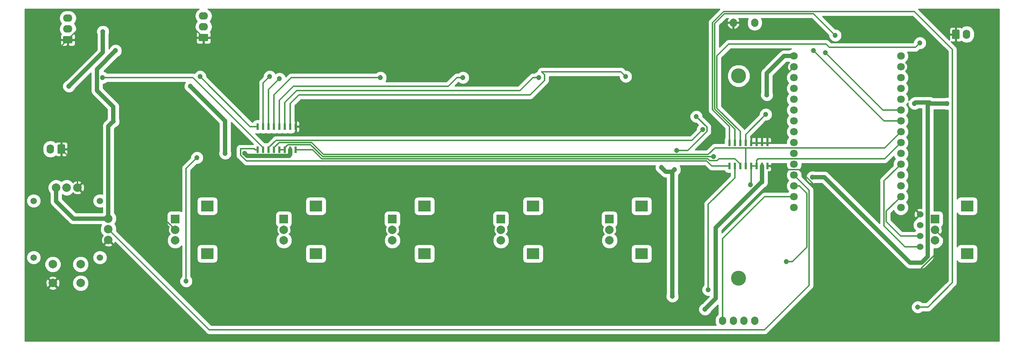
<source format=gbr>
G04 #@! TF.GenerationSoftware,KiCad,Pcbnew,(5.0.1-3-g963ef8bb5)*
G04 #@! TF.CreationDate,2019-11-20T19:59:20+01:00*
G04 #@! TF.ProjectId,RushBox2,52757368426F78322E6B696361645F70,rev?*
G04 #@! TF.SameCoordinates,Original*
G04 #@! TF.FileFunction,Copper,L2,Bot,Signal*
G04 #@! TF.FilePolarity,Positive*
%FSLAX46Y46*%
G04 Gerber Fmt 4.6, Leading zero omitted, Abs format (unit mm)*
G04 Created by KiCad (PCBNEW (5.0.1-3-g963ef8bb5)) date 2019 November 20, Wednesday 19:59:20*
%MOMM*%
%LPD*%
G01*
G04 APERTURE LIST*
G04 #@! TA.AperFunction,ComponentPad*
%ADD10C,1.800000*%
G04 #@! TD*
G04 #@! TA.AperFunction,ComponentPad*
%ADD11O,2.200000X1.740000*%
G04 #@! TD*
G04 #@! TA.AperFunction,Conductor*
%ADD12C,0.100000*%
G04 #@! TD*
G04 #@! TA.AperFunction,ComponentPad*
%ADD13C,1.740000*%
G04 #@! TD*
G04 #@! TA.AperFunction,ComponentPad*
%ADD14O,1.740000X2.200000*%
G04 #@! TD*
G04 #@! TA.AperFunction,ComponentPad*
%ADD15O,1.700000X2.000000*%
G04 #@! TD*
G04 #@! TA.AperFunction,ComponentPad*
%ADD16C,3.500000*%
G04 #@! TD*
G04 #@! TA.AperFunction,ComponentPad*
%ADD17R,2.000000X2.000000*%
G04 #@! TD*
G04 #@! TA.AperFunction,ComponentPad*
%ADD18C,2.000000*%
G04 #@! TD*
G04 #@! TA.AperFunction,ComponentPad*
%ADD19R,3.000000X2.500000*%
G04 #@! TD*
G04 #@! TA.AperFunction,SMDPad,CuDef*
%ADD20R,0.600000X1.500000*%
G04 #@! TD*
G04 #@! TA.AperFunction,ComponentPad*
%ADD21C,1.998980*%
G04 #@! TD*
G04 #@! TA.AperFunction,ComponentPad*
%ADD22C,1.501140*%
G04 #@! TD*
G04 #@! TA.AperFunction,ComponentPad*
%ADD23C,1.524000*%
G04 #@! TD*
G04 #@! TA.AperFunction,ViaPad*
%ADD24C,1.200000*%
G04 #@! TD*
G04 #@! TA.AperFunction,Conductor*
%ADD25C,0.300000*%
G04 #@! TD*
G04 #@! TA.AperFunction,Conductor*
%ADD26C,1.000000*%
G04 #@! TD*
G04 #@! TA.AperFunction,Conductor*
%ADD27C,0.254000*%
G04 #@! TD*
G04 APERTURE END LIST*
D10*
G04 #@! TO.P,U4,1*
G04 #@! TO.N,N/C*
X220980000Y-102616000D03*
G04 #@! TO.P,U4,2*
G04 #@! TO.N,/master*
X220980000Y-100076000D03*
G04 #@! TO.P,U4,3*
G04 #@! TO.N,/tilt*
X220980000Y-97536000D03*
G04 #@! TO.P,U4,4*
G04 #@! TO.N,/pan*
X220980000Y-94996000D03*
G04 #@! TO.P,U4,5*
G04 #@! TO.N,/hue_B*
X220980000Y-92456000D03*
G04 #@! TO.P,U4,6*
G04 #@! TO.N,/hue_A*
X220980000Y-89916000D03*
G04 #@! TO.P,U4,7*
G04 #@! TO.N,/sat_A*
X220980000Y-87376000D03*
G04 #@! TO.P,U4,8*
G04 #@! TO.N,/sat_B*
X220980000Y-84836000D03*
G04 #@! TO.P,U4,9*
G04 #@! TO.N,/zoom_B*
X220980000Y-82296000D03*
G04 #@! TO.P,U4,10*
G04 #@! TO.N,/zoom_A*
X220980000Y-79756000D03*
G04 #@! TO.P,U4,11*
G04 #@! TO.N,/white_A*
X220980000Y-77216000D03*
G04 #@! TO.P,U4,12*
G04 #@! TO.N,/white_B*
X220980000Y-74676000D03*
G04 #@! TO.P,U4,13*
G04 #@! TO.N,/pix*
X220980000Y-72136000D03*
G04 #@! TO.P,U4,14*
G04 #@! TO.N,GND*
X220980000Y-69596000D03*
G04 #@! TO.P,U4,15*
G04 #@! TO.N,+5V*
X220980000Y-67056000D03*
G04 #@! TO.P,U4,16*
G04 #@! TO.N,N/C*
X245980000Y-67056000D03*
G04 #@! TO.P,U4,17*
G04 #@! TO.N,GND*
X245980000Y-69596000D03*
G04 #@! TO.P,U4,18*
G04 #@! TO.N,/menu_A*
X245980000Y-72136000D03*
G04 #@! TO.P,U4,19*
G04 #@! TO.N,/menu_B*
X245980000Y-74676000D03*
G04 #@! TO.P,U4,20*
G04 #@! TO.N,N/C*
X245980000Y-77216000D03*
G04 #@! TO.P,U4,21*
G04 #@! TO.N,/RX*
X245980000Y-79756000D03*
G04 #@! TO.P,U4,22*
G04 #@! TO.N,/TX*
X245980000Y-82296000D03*
G04 #@! TO.P,U4,23*
G04 #@! TO.N,/cs*
X245980000Y-84836000D03*
G04 #@! TO.P,U4,24*
G04 #@! TO.N,/clk*
X245980000Y-87376000D03*
G04 #@! TO.P,U4,25*
G04 #@! TO.N,/btns*
X245980000Y-89916000D03*
G04 #@! TO.P,U4,26*
G04 #@! TO.N,/SDA*
X245980000Y-92456000D03*
G04 #@! TO.P,U4,27*
G04 #@! TO.N,/dim_A*
X245980000Y-94996000D03*
G04 #@! TO.P,U4,28*
G04 #@! TO.N,/dim_B*
X245980000Y-97536000D03*
G04 #@! TO.P,U4,29*
G04 #@! TO.N,/SCL*
X245980000Y-100076000D03*
G04 #@! TO.P,U4,30*
G04 #@! TO.N,N/C*
X245980000Y-102616000D03*
G04 #@! TD*
D11*
G04 #@! TO.P,J2,3*
G04 #@! TO.N,Net-(J2-Pad3)*
X82804000Y-57658000D03*
G04 #@! TO.P,J2,2*
G04 #@! TO.N,Net-(J2-Pad2)*
X82804000Y-60198000D03*
D12*
G04 #@! TD*
G04 #@! TO.N,GND*
G04 #@! TO.C,J2*
G36*
X83678505Y-61869204D02*
X83702773Y-61872804D01*
X83726572Y-61878765D01*
X83749671Y-61887030D01*
X83771850Y-61897520D01*
X83792893Y-61910132D01*
X83812599Y-61924747D01*
X83830777Y-61941223D01*
X83847253Y-61959401D01*
X83861868Y-61979107D01*
X83874480Y-62000150D01*
X83884970Y-62022329D01*
X83893235Y-62045428D01*
X83899196Y-62069227D01*
X83902796Y-62093495D01*
X83904000Y-62117999D01*
X83904000Y-63358001D01*
X83902796Y-63382505D01*
X83899196Y-63406773D01*
X83893235Y-63430572D01*
X83884970Y-63453671D01*
X83874480Y-63475850D01*
X83861868Y-63496893D01*
X83847253Y-63516599D01*
X83830777Y-63534777D01*
X83812599Y-63551253D01*
X83792893Y-63565868D01*
X83771850Y-63578480D01*
X83749671Y-63588970D01*
X83726572Y-63597235D01*
X83702773Y-63603196D01*
X83678505Y-63606796D01*
X83654001Y-63608000D01*
X81953999Y-63608000D01*
X81929495Y-63606796D01*
X81905227Y-63603196D01*
X81881428Y-63597235D01*
X81858329Y-63588970D01*
X81836150Y-63578480D01*
X81815107Y-63565868D01*
X81795401Y-63551253D01*
X81777223Y-63534777D01*
X81760747Y-63516599D01*
X81746132Y-63496893D01*
X81733520Y-63475850D01*
X81723030Y-63453671D01*
X81714765Y-63430572D01*
X81708804Y-63406773D01*
X81705204Y-63382505D01*
X81704000Y-63358001D01*
X81704000Y-62117999D01*
X81705204Y-62093495D01*
X81708804Y-62069227D01*
X81714765Y-62045428D01*
X81723030Y-62022329D01*
X81733520Y-62000150D01*
X81746132Y-61979107D01*
X81760747Y-61959401D01*
X81777223Y-61941223D01*
X81795401Y-61924747D01*
X81815107Y-61910132D01*
X81836150Y-61897520D01*
X81858329Y-61887030D01*
X81881428Y-61878765D01*
X81905227Y-61872804D01*
X81929495Y-61869204D01*
X81953999Y-61868000D01*
X83654001Y-61868000D01*
X83678505Y-61869204D01*
X83678505Y-61869204D01*
G37*
D13*
G04 #@! TO.P,J2,1*
G04 #@! TO.N,GND*
X82804000Y-62738000D03*
G04 #@! TD*
D12*
G04 #@! TO.N,GND*
G04 #@! TO.C,J3*
G36*
X51928505Y-62377204D02*
X51952773Y-62380804D01*
X51976572Y-62386765D01*
X51999671Y-62395030D01*
X52021850Y-62405520D01*
X52042893Y-62418132D01*
X52062599Y-62432747D01*
X52080777Y-62449223D01*
X52097253Y-62467401D01*
X52111868Y-62487107D01*
X52124480Y-62508150D01*
X52134970Y-62530329D01*
X52143235Y-62553428D01*
X52149196Y-62577227D01*
X52152796Y-62601495D01*
X52154000Y-62625999D01*
X52154000Y-63866001D01*
X52152796Y-63890505D01*
X52149196Y-63914773D01*
X52143235Y-63938572D01*
X52134970Y-63961671D01*
X52124480Y-63983850D01*
X52111868Y-64004893D01*
X52097253Y-64024599D01*
X52080777Y-64042777D01*
X52062599Y-64059253D01*
X52042893Y-64073868D01*
X52021850Y-64086480D01*
X51999671Y-64096970D01*
X51976572Y-64105235D01*
X51952773Y-64111196D01*
X51928505Y-64114796D01*
X51904001Y-64116000D01*
X50203999Y-64116000D01*
X50179495Y-64114796D01*
X50155227Y-64111196D01*
X50131428Y-64105235D01*
X50108329Y-64096970D01*
X50086150Y-64086480D01*
X50065107Y-64073868D01*
X50045401Y-64059253D01*
X50027223Y-64042777D01*
X50010747Y-64024599D01*
X49996132Y-64004893D01*
X49983520Y-63983850D01*
X49973030Y-63961671D01*
X49964765Y-63938572D01*
X49958804Y-63914773D01*
X49955204Y-63890505D01*
X49954000Y-63866001D01*
X49954000Y-62625999D01*
X49955204Y-62601495D01*
X49958804Y-62577227D01*
X49964765Y-62553428D01*
X49973030Y-62530329D01*
X49983520Y-62508150D01*
X49996132Y-62487107D01*
X50010747Y-62467401D01*
X50027223Y-62449223D01*
X50045401Y-62432747D01*
X50065107Y-62418132D01*
X50086150Y-62405520D01*
X50108329Y-62395030D01*
X50131428Y-62386765D01*
X50155227Y-62380804D01*
X50179495Y-62377204D01*
X50203999Y-62376000D01*
X51904001Y-62376000D01*
X51928505Y-62377204D01*
X51928505Y-62377204D01*
G37*
D13*
G04 #@! TD*
G04 #@! TO.P,J3,1*
G04 #@! TO.N,GND*
X51054000Y-63246000D03*
D11*
G04 #@! TO.P,J3,2*
G04 #@! TO.N,Net-(J3-Pad2)*
X51054000Y-60706000D03*
G04 #@! TO.P,J3,3*
G04 #@! TO.N,Net-(J3-Pad3)*
X51054000Y-58166000D03*
G04 #@! TD*
D12*
G04 #@! TO.N,GND*
G04 #@! TO.C,J4*
G36*
X259470505Y-60877204D02*
X259494773Y-60880804D01*
X259518572Y-60886765D01*
X259541671Y-60895030D01*
X259563850Y-60905520D01*
X259584893Y-60918132D01*
X259604599Y-60932747D01*
X259622777Y-60949223D01*
X259639253Y-60967401D01*
X259653868Y-60987107D01*
X259666480Y-61008150D01*
X259676970Y-61030329D01*
X259685235Y-61053428D01*
X259691196Y-61077227D01*
X259694796Y-61101495D01*
X259696000Y-61125999D01*
X259696000Y-62826001D01*
X259694796Y-62850505D01*
X259691196Y-62874773D01*
X259685235Y-62898572D01*
X259676970Y-62921671D01*
X259666480Y-62943850D01*
X259653868Y-62964893D01*
X259639253Y-62984599D01*
X259622777Y-63002777D01*
X259604599Y-63019253D01*
X259584893Y-63033868D01*
X259563850Y-63046480D01*
X259541671Y-63056970D01*
X259518572Y-63065235D01*
X259494773Y-63071196D01*
X259470505Y-63074796D01*
X259446001Y-63076000D01*
X258205999Y-63076000D01*
X258181495Y-63074796D01*
X258157227Y-63071196D01*
X258133428Y-63065235D01*
X258110329Y-63056970D01*
X258088150Y-63046480D01*
X258067107Y-63033868D01*
X258047401Y-63019253D01*
X258029223Y-63002777D01*
X258012747Y-62984599D01*
X257998132Y-62964893D01*
X257985520Y-62943850D01*
X257975030Y-62921671D01*
X257966765Y-62898572D01*
X257960804Y-62874773D01*
X257957204Y-62850505D01*
X257956000Y-62826001D01*
X257956000Y-61125999D01*
X257957204Y-61101495D01*
X257960804Y-61077227D01*
X257966765Y-61053428D01*
X257975030Y-61030329D01*
X257985520Y-61008150D01*
X257998132Y-60987107D01*
X258012747Y-60967401D01*
X258029223Y-60949223D01*
X258047401Y-60932747D01*
X258067107Y-60918132D01*
X258088150Y-60905520D01*
X258110329Y-60895030D01*
X258133428Y-60886765D01*
X258157227Y-60880804D01*
X258181495Y-60877204D01*
X258205999Y-60876000D01*
X259446001Y-60876000D01*
X259470505Y-60877204D01*
X259470505Y-60877204D01*
G37*
D13*
G04 #@! TD*
G04 #@! TO.P,J4,1*
G04 #@! TO.N,GND*
X258826000Y-61976000D03*
D14*
G04 #@! TO.P,J4,2*
G04 #@! TO.N,+5V*
X261366000Y-61976000D03*
G04 #@! TD*
G04 #@! TO.P,J5,2*
G04 #@! TO.N,/fixt*
X46990000Y-88900000D03*
D12*
G04 #@! TD*
G04 #@! TO.N,GND*
G04 #@! TO.C,J5*
G36*
X50174505Y-87801204D02*
X50198773Y-87804804D01*
X50222572Y-87810765D01*
X50245671Y-87819030D01*
X50267850Y-87829520D01*
X50288893Y-87842132D01*
X50308599Y-87856747D01*
X50326777Y-87873223D01*
X50343253Y-87891401D01*
X50357868Y-87911107D01*
X50370480Y-87932150D01*
X50380970Y-87954329D01*
X50389235Y-87977428D01*
X50395196Y-88001227D01*
X50398796Y-88025495D01*
X50400000Y-88049999D01*
X50400000Y-89750001D01*
X50398796Y-89774505D01*
X50395196Y-89798773D01*
X50389235Y-89822572D01*
X50380970Y-89845671D01*
X50370480Y-89867850D01*
X50357868Y-89888893D01*
X50343253Y-89908599D01*
X50326777Y-89926777D01*
X50308599Y-89943253D01*
X50288893Y-89957868D01*
X50267850Y-89970480D01*
X50245671Y-89980970D01*
X50222572Y-89989235D01*
X50198773Y-89995196D01*
X50174505Y-89998796D01*
X50150001Y-90000000D01*
X48909999Y-90000000D01*
X48885495Y-89998796D01*
X48861227Y-89995196D01*
X48837428Y-89989235D01*
X48814329Y-89980970D01*
X48792150Y-89970480D01*
X48771107Y-89957868D01*
X48751401Y-89943253D01*
X48733223Y-89926777D01*
X48716747Y-89908599D01*
X48702132Y-89888893D01*
X48689520Y-89867850D01*
X48679030Y-89845671D01*
X48670765Y-89822572D01*
X48664804Y-89798773D01*
X48661204Y-89774505D01*
X48660000Y-89750001D01*
X48660000Y-88049999D01*
X48661204Y-88025495D01*
X48664804Y-88001227D01*
X48670765Y-87977428D01*
X48679030Y-87954329D01*
X48689520Y-87932150D01*
X48702132Y-87911107D01*
X48716747Y-87891401D01*
X48733223Y-87873223D01*
X48751401Y-87856747D01*
X48771107Y-87842132D01*
X48792150Y-87829520D01*
X48814329Y-87819030D01*
X48837428Y-87810765D01*
X48861227Y-87804804D01*
X48885495Y-87801204D01*
X48909999Y-87800000D01*
X50150001Y-87800000D01*
X50174505Y-87801204D01*
X50174505Y-87801204D01*
G37*
D13*
G04 #@! TO.P,J5,1*
G04 #@! TO.N,GND*
X49530000Y-88900000D03*
G04 #@! TD*
D15*
G04 #@! TO.P,RV1,2*
G04 #@! TO.N,/master*
X204276000Y-129234000D03*
G04 #@! TO.P,RV1,1*
G04 #@! TO.N,+3V3*
X206776000Y-129234000D03*
G04 #@! TO.P,RV1,2B*
G04 #@! TO.N,N/C*
X209276000Y-129234000D03*
G04 #@! TO.P,RV1,1B*
X211776000Y-129234000D03*
G04 #@! TO.P,RV1,3*
G04 #@! TO.N,GND*
X206776000Y-59234000D03*
G04 #@! TO.P,RV1,3B*
G04 #@! TO.N,N/C*
X211776000Y-59234000D03*
D16*
G04 #@! TO.P,RV1,4*
X208026000Y-119234000D03*
G04 #@! TO.P,RV1,5*
X208026000Y-71734000D03*
G04 #@! TD*
D17*
G04 #@! TO.P,SW2,A*
G04 #@! TO.N,/hue_A*
X101600000Y-105338500D03*
D18*
G04 #@! TO.P,SW2,C*
G04 #@! TO.N,GND*
X101600000Y-107838500D03*
G04 #@! TO.P,SW2,B*
G04 #@! TO.N,/hue_B*
X101600000Y-110338500D03*
D19*
G04 #@! TO.P,SW2,MP*
G04 #@! TO.N,N/C*
X109100000Y-102238500D03*
X109100000Y-113438500D03*
G04 #@! TD*
G04 #@! TO.P,SW5,MP*
G04 #@! TO.N,N/C*
X261500000Y-113438500D03*
X261500000Y-102238500D03*
D18*
G04 #@! TO.P,SW5,B*
G04 #@! TO.N,/menu_B*
X254000000Y-110338500D03*
G04 #@! TO.P,SW5,C*
G04 #@! TO.N,GND*
X254000000Y-107838500D03*
D17*
G04 #@! TO.P,SW5,A*
G04 #@! TO.N,/menu_A*
X254000000Y-105338500D03*
G04 #@! TD*
D19*
G04 #@! TO.P,SW6,MP*
G04 #@! TO.N,N/C*
X134500000Y-113438500D03*
X134500000Y-102238500D03*
D18*
G04 #@! TO.P,SW6,B*
G04 #@! TO.N,/sat_B*
X127000000Y-110338500D03*
G04 #@! TO.P,SW6,C*
G04 #@! TO.N,GND*
X127000000Y-107838500D03*
D17*
G04 #@! TO.P,SW6,A*
G04 #@! TO.N,/sat_A*
X127000000Y-105338500D03*
G04 #@! TD*
G04 #@! TO.P,SW9,A*
G04 #@! TO.N,/white_A*
X152400000Y-105338500D03*
D18*
G04 #@! TO.P,SW9,C*
G04 #@! TO.N,GND*
X152400000Y-107838500D03*
G04 #@! TO.P,SW9,B*
G04 #@! TO.N,/white_B*
X152400000Y-110338500D03*
D19*
G04 #@! TO.P,SW9,MP*
G04 #@! TO.N,N/C*
X159900000Y-102238500D03*
X159900000Y-113438500D03*
G04 #@! TD*
G04 #@! TO.P,SW10,MP*
G04 #@! TO.N,N/C*
X185300000Y-113438500D03*
X185300000Y-102238500D03*
D18*
G04 #@! TO.P,SW10,B*
G04 #@! TO.N,/dim_B*
X177800000Y-110338500D03*
G04 #@! TO.P,SW10,C*
G04 #@! TO.N,GND*
X177800000Y-107838500D03*
D17*
G04 #@! TO.P,SW10,A*
G04 #@! TO.N,/dim_A*
X177800000Y-105338500D03*
G04 #@! TD*
G04 #@! TO.P,SW12,A*
G04 #@! TO.N,/zoom_A*
X76200000Y-105338500D03*
D18*
G04 #@! TO.P,SW12,C*
G04 #@! TO.N,GND*
X76200000Y-107838500D03*
G04 #@! TO.P,SW12,B*
G04 #@! TO.N,/zoom_B*
X76200000Y-110338500D03*
D19*
G04 #@! TO.P,SW12,MP*
G04 #@! TO.N,N/C*
X83700000Y-102238500D03*
X83700000Y-113438500D03*
G04 #@! TD*
D20*
G04 #@! TO.P,U6,1*
G04 #@! TO.N,/s2*
X95504000Y-83627000D03*
G04 #@! TO.P,U6,2*
G04 #@! TO.N,/s3*
X96774000Y-83627000D03*
G04 #@! TO.P,U6,3*
G04 #@! TO.N,/s4*
X98044000Y-83627000D03*
G04 #@! TO.P,U6,4*
G04 #@! TO.N,/s5*
X99314000Y-83627000D03*
G04 #@! TO.P,U6,5*
G04 #@! TO.N,/s6*
X100584000Y-83627000D03*
G04 #@! TO.P,U6,6*
G04 #@! TO.N,/s7*
X101854000Y-83627000D03*
G04 #@! TO.P,U6,7*
G04 #@! TO.N,/s8*
X103124000Y-83627000D03*
G04 #@! TO.P,U6,8*
G04 #@! TO.N,GND*
X104394000Y-83627000D03*
G04 #@! TO.P,U6,9*
G04 #@! TO.N,Net-(U6-Pad9)*
X104394000Y-89027000D03*
G04 #@! TO.P,U6,10*
G04 #@! TO.N,+5V*
X103124000Y-89027000D03*
G04 #@! TO.P,U6,11*
G04 #@! TO.N,/clk*
X101854000Y-89027000D03*
G04 #@! TO.P,U6,12*
X100584000Y-89027000D03*
G04 #@! TO.P,U6,13*
G04 #@! TO.N,/cs*
X99314000Y-89027000D03*
G04 #@! TO.P,U6,14*
G04 #@! TO.N,Net-(R22-Pad1)*
X98044000Y-89027000D03*
G04 #@! TO.P,U6,15*
G04 #@! TO.N,/s1*
X96774000Y-89027000D03*
G04 #@! TO.P,U6,16*
G04 #@! TO.N,VCC*
X95504000Y-89027000D03*
G04 #@! TD*
G04 #@! TO.P,U7,16*
G04 #@! TO.N,VCC*
X205867000Y-92870000D03*
G04 #@! TO.P,U7,15*
G04 #@! TO.N,/enter*
X207137000Y-92870000D03*
G04 #@! TO.P,U7,14*
G04 #@! TO.N,Net-(U6-Pad9)*
X208407000Y-92870000D03*
G04 #@! TO.P,U7,13*
G04 #@! TO.N,/cs*
X209677000Y-92870000D03*
G04 #@! TO.P,U7,12*
G04 #@! TO.N,/clk*
X210947000Y-92870000D03*
G04 #@! TO.P,U7,11*
X212217000Y-92870000D03*
G04 #@! TO.P,U7,10*
G04 #@! TO.N,+5V*
X213487000Y-92870000D03*
G04 #@! TO.P,U7,9*
G04 #@! TO.N,GND*
X214757000Y-92870000D03*
G04 #@! TO.P,U7,8*
X214757000Y-87470000D03*
G04 #@! TO.P,U7,7*
X213487000Y-87470000D03*
G04 #@! TO.P,U7,6*
X212217000Y-87470000D03*
G04 #@! TO.P,U7,5*
X210947000Y-87470000D03*
G04 #@! TO.P,U7,4*
G04 #@! TO.N,/fixt*
X209677000Y-87470000D03*
G04 #@! TO.P,U7,3*
G04 #@! TO.N,/clear*
X208407000Y-87470000D03*
G04 #@! TO.P,U7,2*
G04 #@! TO.N,/copy*
X207137000Y-87470000D03*
G04 #@! TO.P,U7,1*
G04 #@! TO.N,/start*
X205867000Y-87470000D03*
G04 #@! TD*
D21*
G04 #@! TO.P,U5,X1*
G04 #@! TO.N,+3V3*
X60551060Y-105196640D03*
G04 #@! TO.P,U5,X2*
G04 #@! TO.N,/pan*
X60551060Y-107696000D03*
G04 #@! TO.P,U5,X3*
G04 #@! TO.N,GND*
X60551060Y-110195360D03*
G04 #@! TO.P,U5,Y2*
G04 #@! TO.N,/tilt*
X50800000Y-97944940D03*
G04 #@! TO.P,U5,Y1*
G04 #@! TO.N,+3V3*
X48300640Y-97944940D03*
G04 #@! TO.P,U5,Y3*
G04 #@! TO.N,GND*
X53299360Y-97944940D03*
D22*
G04 #@! TO.P,U5,*
G04 #@! TO.N,*
X58549540Y-101046280D03*
X43050460Y-101046280D03*
X58549540Y-114345720D03*
X43050460Y-114345720D03*
D21*
G04 #@! TO.P,U5,SW1*
G04 #@! TO.N,N/C*
X47548800Y-115945920D03*
G04 #@! TO.P,U5,*
G04 #@! TO.N,*
X54051200Y-115945920D03*
G04 #@! TO.P,U5,SW2*
G04 #@! TO.N,GND*
X47548800Y-120345200D03*
G04 #@! TO.P,U5,*
G04 #@! TO.N,*
X54051200Y-120345200D03*
G04 #@! TD*
D23*
G04 #@! TO.P,J1,1*
G04 #@! TO.N,GND*
X250480000Y-104196000D03*
G04 #@! TO.P,J1,2*
G04 #@! TO.N,+3V3*
X250480000Y-106736000D03*
G04 #@! TO.P,J1,3*
G04 #@! TO.N,/SCL*
X250480000Y-109276000D03*
G04 #@! TO.P,J1,4*
G04 #@! TO.N,/SDA*
X250480000Y-111816000D03*
G04 #@! TD*
D24*
G04 #@! TO.N,GND*
X118364000Y-78740000D03*
X79756000Y-89408000D03*
X102362000Y-63246000D03*
X106807000Y-83693000D03*
X46609000Y-68961000D03*
X197866000Y-77343000D03*
X183896000Y-68834000D03*
G04 #@! TO.N,+5V*
X214630000Y-76200000D03*
X200152000Y-126492000D03*
X92456000Y-89916000D03*
X87884000Y-89916000D03*
X79756000Y-74177000D03*
X59273000Y-61341000D03*
X51308000Y-74168000D03*
G04 #@! TO.N,+3V3*
X192532000Y-123444000D03*
X193040000Y-93726000D03*
X249174000Y-78232000D03*
X225298000Y-95504000D03*
X61722000Y-82352000D03*
X62230000Y-65814000D03*
X256794010Y-78232000D03*
X189992000Y-93218000D03*
G04 #@! TO.N,/s1*
X59182000Y-72136000D03*
G04 #@! TO.N,/s2*
X82015095Y-71908905D03*
G04 #@! TO.N,/s3*
X98298000Y-71882000D03*
G04 #@! TO.N,/enter*
X200914000Y-121920000D03*
G04 #@! TO.N,/s4*
X100584000Y-72390000D03*
G04 #@! TO.N,/RX*
X228346000Y-66294000D03*
G04 #@! TO.N,/TX*
X225552000Y-65786000D03*
G04 #@! TO.N,/tilt*
X219202000Y-115316000D03*
G04 #@! TO.N,/clear*
X250444000Y-64008000D03*
G04 #@! TO.N,/copy*
X230632000Y-62230000D03*
G04 #@! TO.N,Net-(D16-Pad1)*
X193548000Y-89220000D03*
X198120000Y-81280000D03*
G04 #@! TO.N,Net-(D21-Pad1)*
X81280000Y-90932000D03*
X78740000Y-119888000D03*
G04 #@! TO.N,/fixt*
X214376000Y-80772000D03*
G04 #@! TO.N,/s5*
X124206000Y-72136000D03*
G04 #@! TO.N,/s6*
X143510000Y-72136000D03*
G04 #@! TO.N,/s7*
X161290000Y-72136000D03*
G04 #@! TO.N,/s8*
X181610000Y-71882000D03*
G04 #@! TO.N,/start*
X249936000Y-125984000D03*
G04 #@! TO.N,Net-(R22-Pad1)*
X199644000Y-84328000D03*
G04 #@! TO.N,/clk*
X210820000Y-97282000D03*
X202184000Y-90678010D03*
G04 #@! TD*
D25*
G04 #@! TO.N,GND*
X214757000Y-87470000D02*
X210947000Y-87470000D01*
X53299360Y-92669360D02*
X49530000Y-88900000D01*
X53299360Y-97944940D02*
X53299360Y-92669360D01*
X113477000Y-83627000D02*
X118364000Y-78740000D01*
X104394000Y-83627000D02*
X113477000Y-83627000D01*
X75200001Y-106838501D02*
X76200000Y-107838500D01*
X74168000Y-105806500D02*
X75200001Y-106838501D01*
X74168000Y-94996000D02*
X74168000Y-105806500D01*
X79756000Y-89408000D02*
X74168000Y-94996000D01*
X57150000Y-57150000D02*
X51993773Y-62306227D01*
X77216000Y-57150000D02*
X57150000Y-57150000D01*
X51993773Y-62306227D02*
X51054000Y-63246000D01*
X82804000Y-62738000D02*
X77216000Y-57150000D01*
X101854000Y-62738000D02*
X102362000Y-63246000D01*
X82804000Y-62738000D02*
X101854000Y-62738000D01*
X104460000Y-83693000D02*
X104394000Y-83627000D01*
X106807000Y-83693000D02*
X104460000Y-83693000D01*
X51054000Y-64516000D02*
X51054000Y-63246000D01*
X46609000Y-68961000D02*
X51054000Y-64516000D01*
X256159000Y-111438097D02*
X256159000Y-109997500D01*
X249614097Y-117983000D02*
X256159000Y-111438097D01*
X254999999Y-108838499D02*
X254000000Y-107838500D01*
X256159000Y-109997500D02*
X254999999Y-108838499D01*
X246370998Y-117983000D02*
X249614097Y-117983000D01*
X216232999Y-93745999D02*
X222133997Y-93745999D01*
X215357000Y-92870000D02*
X216232999Y-93745999D01*
X222133997Y-93745999D02*
X246370998Y-117983000D01*
X214757000Y-92870000D02*
X215357000Y-92870000D01*
X44958000Y-81661000D02*
X44958000Y-69342000D01*
X49530000Y-86233000D02*
X44958000Y-81661000D01*
X44958000Y-69342000D02*
X51054000Y-63246000D01*
X49530000Y-88900000D02*
X49530000Y-86233000D01*
X217297000Y-73279000D02*
X220080001Y-70495999D01*
X217297000Y-83880000D02*
X217297000Y-73279000D01*
X214757000Y-86420000D02*
X217297000Y-83880000D01*
X220080001Y-70495999D02*
X220980000Y-69596000D01*
X214757000Y-87470000D02*
X214757000Y-86420000D01*
X197866000Y-77343000D02*
X197485000Y-76962000D01*
X197485000Y-76962000D02*
X197231000Y-76962000D01*
X197866000Y-77343000D02*
X197866000Y-68326000D01*
X197866000Y-68326000D02*
X192786000Y-63246000D01*
X183896000Y-63500000D02*
X184150000Y-63246000D01*
X184150000Y-63246000D02*
X102362000Y-63246000D01*
X183896000Y-68834000D02*
X183896000Y-63500000D01*
X192786000Y-63246000D02*
X184150000Y-63246000D01*
D26*
G04 #@! TO.N,+5V*
X218694000Y-67056000D02*
X220980000Y-67056000D01*
X214630000Y-71120000D02*
X218694000Y-67056000D01*
X214630000Y-76200000D02*
X214630000Y-71120000D01*
X213487000Y-96539002D02*
X202692000Y-107334002D01*
X213487000Y-95758000D02*
X213487000Y-96539002D01*
X213487000Y-92870000D02*
X213487000Y-95758000D01*
X213487000Y-95758000D02*
X213487000Y-96647000D01*
X202692000Y-123952000D02*
X200152000Y-126492000D01*
X202692000Y-107334002D02*
X202692000Y-123952000D01*
X103124000Y-89027000D02*
X103124000Y-90170000D01*
X93017001Y-90477001D02*
X92456000Y-89916000D01*
X102816999Y-90477001D02*
X93017001Y-90477001D01*
X103124000Y-90170000D02*
X102816999Y-90477001D01*
X87884000Y-89916000D02*
X87884000Y-82305000D01*
X87884000Y-82305000D02*
X79756000Y-74177000D01*
X59273000Y-66203000D02*
X51308000Y-74168000D01*
X59273000Y-61341000D02*
X59273000Y-66203000D01*
G04 #@! TO.N,+3V3*
X60551060Y-105196640D02*
X52364640Y-105196640D01*
X48300640Y-101132640D02*
X48300640Y-97944940D01*
X52364640Y-105196640D02*
X48300640Y-101132640D01*
X192532000Y-94234000D02*
X193040000Y-93726000D01*
X192532000Y-123444000D02*
X192532000Y-94234000D01*
X249428000Y-77978000D02*
X249174000Y-78232000D01*
X252730000Y-77978000D02*
X249428000Y-77978000D01*
X61722000Y-82352000D02*
X61722000Y-78994000D01*
X57881999Y-75153999D02*
X57881999Y-70162001D01*
X57881999Y-70162001D02*
X62230000Y-65814000D01*
X61722000Y-78994000D02*
X57881999Y-75153999D01*
X252730000Y-77978000D02*
X252984000Y-78232000D01*
X252984000Y-78232000D02*
X255945482Y-78232000D01*
X255945482Y-78232000D02*
X256794010Y-78232000D01*
X191008000Y-94234000D02*
X189992000Y-93218000D01*
X192532000Y-94234000D02*
X191008000Y-94234000D01*
X60551060Y-83522940D02*
X61722000Y-82352000D01*
X60551060Y-105196640D02*
X60551060Y-83522940D01*
X252299999Y-78408001D02*
X252730000Y-77978000D01*
X252299999Y-114095001D02*
X252299999Y-78408001D01*
X225298000Y-95504000D02*
X228092000Y-95504000D01*
X250825000Y-115570000D02*
X252299999Y-114095001D01*
X228092000Y-95504000D02*
X248158000Y-115570000D01*
X248158000Y-115570000D02*
X250825000Y-115570000D01*
D25*
G04 #@! TO.N,/SCL*
X245080001Y-100975999D02*
X245980000Y-100076000D01*
X242570000Y-103486000D02*
X245080001Y-100975999D01*
X242570000Y-105918000D02*
X242570000Y-103486000D01*
X245928000Y-109276000D02*
X242570000Y-105918000D01*
X250480000Y-109276000D02*
X245928000Y-109276000D01*
G04 #@! TO.N,/SDA*
X242062000Y-96374000D02*
X245080001Y-93355999D01*
X242062000Y-106934000D02*
X242062000Y-96374000D01*
X245080001Y-93355999D02*
X245980000Y-92456000D01*
X246944000Y-111816000D02*
X242062000Y-106934000D01*
X250480000Y-111816000D02*
X246944000Y-111816000D01*
G04 #@! TO.N,/s1*
X96774000Y-88577000D02*
X96774000Y-89027000D01*
X80333000Y-72136000D02*
X96774000Y-88577000D01*
X59182000Y-72136000D02*
X80333000Y-72136000D01*
G04 #@! TO.N,/s2*
X93733190Y-83627000D02*
X95504000Y-83627000D01*
X82015095Y-71908905D02*
X93733190Y-83627000D01*
G04 #@! TO.N,/s3*
X96774000Y-73406000D02*
X96774000Y-83627000D01*
X98298000Y-71882000D02*
X96774000Y-73406000D01*
G04 #@! TO.N,/enter*
X200914000Y-121920000D02*
X200914000Y-101854000D01*
X207137000Y-95631000D02*
X207137000Y-92870000D01*
X200914000Y-101854000D02*
X207137000Y-95631000D01*
G04 #@! TO.N,/s4*
X98044000Y-74930000D02*
X98044000Y-83627000D01*
X100584000Y-72390000D02*
X98044000Y-74930000D01*
G04 #@! TO.N,/RX*
X241808000Y-79756000D02*
X245980000Y-79756000D01*
X228346000Y-66294000D02*
X241808000Y-79756000D01*
G04 #@! TO.N,/TX*
X242062000Y-82296000D02*
X245980000Y-82296000D01*
X225552000Y-65786000D02*
X242062000Y-82296000D01*
G04 #@! TO.N,/pan*
X224536000Y-98552000D02*
X220980000Y-94996000D01*
X224536000Y-120904000D02*
X224536000Y-98552000D01*
X214122000Y-131318000D02*
X224536000Y-120904000D01*
X84173060Y-131318000D02*
X214122000Y-131318000D01*
X60551060Y-107696000D02*
X84173060Y-131318000D01*
G04 #@! TO.N,/tilt*
X224035990Y-99321990D02*
X222250000Y-97536000D01*
X220616213Y-115316000D02*
X224035990Y-111896223D01*
X222250000Y-97536000D02*
X220980000Y-97536000D01*
X224035990Y-111896223D02*
X224035990Y-99321990D01*
X219202000Y-115316000D02*
X220616213Y-115316000D01*
G04 #@! TO.N,/clear*
X208407000Y-86420000D02*
X208407000Y-87470000D01*
X208407000Y-84763880D02*
X208407000Y-86420000D01*
X202946000Y-79302880D02*
X208407000Y-84763880D01*
X202946000Y-67056000D02*
X202946000Y-79302880D01*
X228473000Y-64262000D02*
X205740000Y-64262000D01*
X229235000Y-65024000D02*
X228473000Y-64262000D01*
X205740000Y-64262000D02*
X202946000Y-67056000D01*
X249428000Y-65024000D02*
X229235000Y-65024000D01*
X250444000Y-64008000D02*
X249428000Y-65024000D01*
G04 #@! TO.N,/copy*
X202438000Y-59436002D02*
X204724001Y-57150001D01*
X202438000Y-79502000D02*
X202438000Y-59436002D01*
X207137000Y-84201000D02*
X202438000Y-79502000D01*
X230032001Y-61630001D02*
X230632000Y-62230000D01*
X207137000Y-87470000D02*
X207137000Y-84201000D01*
X225552001Y-57150001D02*
X230032001Y-61630001D01*
X204724001Y-57150001D02*
X225552001Y-57150001D01*
G04 #@! TO.N,Net-(D16-Pad1)*
X200594001Y-83754001D02*
X198120000Y-81280000D01*
X200594001Y-84784001D02*
X200594001Y-83754001D01*
X196158002Y-89220000D02*
X200594001Y-84784001D01*
X193548000Y-89220000D02*
X196158002Y-89220000D01*
G04 #@! TO.N,Net-(D21-Pad1)*
X78740000Y-93472000D02*
X78740000Y-119888000D01*
X81280000Y-90932000D02*
X78740000Y-93472000D01*
G04 #@! TO.N,/fixt*
X209677000Y-85471000D02*
X209677000Y-87470000D01*
X214376000Y-80772000D02*
X209677000Y-85471000D01*
G04 #@! TO.N,/s5*
X103378000Y-72136000D02*
X99314000Y-76200000D01*
X99314000Y-76200000D02*
X99314000Y-83627000D01*
X124206000Y-72136000D02*
X103378000Y-72136000D01*
G04 #@! TO.N,/s6*
X142095787Y-72136000D02*
X140063787Y-74168000D01*
X143510000Y-72136000D02*
X142095787Y-72136000D01*
X140063787Y-74168000D02*
X103886000Y-74168000D01*
X100584000Y-77470000D02*
X100584000Y-83627000D01*
X103886000Y-74168000D02*
X100584000Y-77470000D01*
G04 #@! TO.N,/s7*
X156827787Y-75184000D02*
X104648000Y-75184000D01*
X104648000Y-75184000D02*
X101854000Y-77978000D01*
X159875787Y-72136000D02*
X156827787Y-75184000D01*
X101854000Y-77978000D02*
X101854000Y-83627000D01*
X161290000Y-72136000D02*
X159875787Y-72136000D01*
G04 #@! TO.N,/s8*
X161938001Y-70785999D02*
X162640001Y-71487999D01*
X180513999Y-70785999D02*
X161938001Y-70785999D01*
X162640001Y-72784001D02*
X159224002Y-76200000D01*
X162640001Y-71487999D02*
X162640001Y-72784001D01*
X181610000Y-71882000D02*
X180513999Y-70785999D01*
X159224002Y-76200000D02*
X105156000Y-76200000D01*
X103124000Y-78232000D02*
X103124000Y-83627000D01*
X105156000Y-76200000D02*
X103124000Y-78232000D01*
G04 #@! TO.N,/start*
X258064000Y-120254502D02*
X252334502Y-125984000D01*
X258064000Y-65532000D02*
X258064000Y-120254502D01*
X201937990Y-59228890D02*
X204516890Y-56649990D01*
X201945981Y-79644981D02*
X201937989Y-79636989D01*
X205867000Y-83638122D02*
X201945981Y-79717103D01*
X205867000Y-87470000D02*
X205867000Y-83638122D01*
X201937989Y-79636989D02*
X201937990Y-59228890D01*
X201945981Y-79717103D02*
X201945981Y-79644981D01*
X249181990Y-56649990D02*
X258064000Y-65532000D01*
X204516890Y-56649990D02*
X249181990Y-56649990D01*
X252334502Y-125984000D02*
X249936000Y-125984000D01*
G04 #@! TO.N,Net-(R22-Pad1)*
X98044000Y-89027000D02*
X98044000Y-88577000D01*
X197104000Y-86868000D02*
X199044001Y-84927999D01*
X99753000Y-86868000D02*
X197104000Y-86868000D01*
X98044000Y-88577000D02*
X99753000Y-86868000D01*
X199044001Y-84927999D02*
X199644000Y-84328000D01*
G04 #@! TO.N,/master*
X204276000Y-129234000D02*
X204276000Y-109922000D01*
X204276000Y-109922000D02*
X214122000Y-100076000D01*
X214122000Y-100076000D02*
X220980000Y-100076000D01*
G04 #@! TO.N,/cs*
X242189999Y-88626001D02*
X245080001Y-85735999D01*
X213470999Y-88626001D02*
X242189999Y-88626001D01*
X209677000Y-88626001D02*
X213470999Y-88626001D01*
X209677000Y-92870000D02*
X209677000Y-88626001D01*
X245080001Y-85735999D02*
X245980000Y-84836000D01*
X110888244Y-90170000D02*
X108086255Y-87368011D01*
X100522989Y-87368011D02*
X99314000Y-88577000D01*
X213470999Y-88626001D02*
X202457999Y-88626001D01*
X99314000Y-88577000D02*
X99314000Y-89027000D01*
X200914000Y-90170000D02*
X110888244Y-90170000D01*
X202457999Y-88626001D02*
X200914000Y-90170000D01*
X108086255Y-87368011D02*
X100522989Y-87368011D01*
G04 #@! TO.N,/clk*
X212217000Y-92870000D02*
X210947000Y-92870000D01*
X245080001Y-88275999D02*
X245980000Y-87376000D01*
X212217000Y-91567000D02*
X212598000Y-91186000D01*
X212598000Y-91186000D02*
X242170000Y-91186000D01*
X212217000Y-92870000D02*
X212217000Y-91567000D01*
X101854000Y-89027000D02*
X100584000Y-89027000D01*
X210947000Y-97155000D02*
X210820000Y-97282000D01*
X210947000Y-92870000D02*
X210947000Y-97155000D01*
X242170000Y-91186000D02*
X245080001Y-88275999D01*
X201335472Y-90678010D02*
X202184000Y-90678010D01*
X101854000Y-88577000D02*
X102562978Y-87868022D01*
X102562978Y-87868022D02*
X107879144Y-87868022D01*
X107879144Y-87868022D02*
X110689132Y-90678010D01*
X110689132Y-90678010D02*
X201335472Y-90678010D01*
X101854000Y-89027000D02*
X101854000Y-88577000D01*
G04 #@! TO.N,Net-(U6-Pad9)*
X200777996Y-91186000D02*
X110490000Y-91186000D01*
X203011988Y-91628012D02*
X201220008Y-91628012D01*
X203454000Y-91186000D02*
X203011988Y-91628012D01*
X108331000Y-89027000D02*
X104394000Y-89027000D01*
X208407000Y-92420000D02*
X207173000Y-91186000D01*
X208407000Y-92870000D02*
X208407000Y-92420000D01*
X110490000Y-91186000D02*
X108331000Y-89027000D01*
X207173000Y-91186000D02*
X203454000Y-91186000D01*
X201220008Y-91628012D02*
X200777996Y-91186000D01*
G04 #@! TO.N,VCC*
X95504000Y-89477000D02*
X95504000Y-89027000D01*
X98044000Y-91694000D02*
X92827998Y-91694000D01*
X91505999Y-90372001D02*
X91505999Y-88834001D01*
X92827998Y-91694000D02*
X91505999Y-90372001D01*
X98044000Y-91694000D02*
X97721000Y-91694000D01*
X94904000Y-89027000D02*
X95504000Y-89027000D01*
X94711001Y-88834001D02*
X94904000Y-89027000D01*
X91505999Y-88834001D02*
X94711001Y-88834001D01*
X200578874Y-91694000D02*
X98044000Y-91694000D01*
X201754874Y-92870000D02*
X200578874Y-91694000D01*
X205867000Y-92870000D02*
X201754874Y-92870000D01*
G04 #@! TD*
D27*
G04 #@! TO.N,GND*
G36*
X81278435Y-56362435D02*
X80881263Y-56956846D01*
X80741795Y-57658000D01*
X80881263Y-58359154D01*
X81261353Y-58928000D01*
X80881263Y-59496846D01*
X80741795Y-60198000D01*
X80881263Y-60899154D01*
X81239172Y-61434803D01*
X81165673Y-61508302D01*
X81069000Y-61741691D01*
X81069000Y-62452250D01*
X81227750Y-62611000D01*
X82677000Y-62611000D01*
X82677000Y-62591000D01*
X82931000Y-62591000D01*
X82931000Y-62611000D01*
X84380250Y-62611000D01*
X84539000Y-62452250D01*
X84539000Y-61741691D01*
X84442327Y-61508302D01*
X84368828Y-61434803D01*
X84726737Y-60899154D01*
X84866205Y-60198000D01*
X84726737Y-59496846D01*
X84346647Y-58928000D01*
X84726737Y-58359154D01*
X84866205Y-57658000D01*
X84726737Y-56956846D01*
X84329565Y-56362435D01*
X83827550Y-56027000D01*
X203616772Y-56027000D01*
X201251440Y-58392333D01*
X201161518Y-58452417D01*
X201101434Y-58542339D01*
X201101432Y-58542341D01*
X201023130Y-58659529D01*
X200923480Y-58808666D01*
X200864138Y-59107000D01*
X200839892Y-59228890D01*
X200860991Y-59334961D01*
X200860989Y-79530922D01*
X200839891Y-79636989D01*
X200851855Y-79697135D01*
X200847883Y-79717103D01*
X200868981Y-79823169D01*
X200868981Y-79823174D01*
X200931470Y-80137326D01*
X201169508Y-80493576D01*
X201259433Y-80553662D01*
X204790001Y-84084231D01*
X204790000Y-86214306D01*
X204693785Y-86358303D01*
X204621839Y-86720000D01*
X204621839Y-87549001D01*
X202564065Y-87549001D01*
X202457998Y-87527903D01*
X202351932Y-87549001D01*
X202351927Y-87549001D01*
X202037775Y-87611490D01*
X201973040Y-87654744D01*
X201771448Y-87789443D01*
X201771445Y-87789446D01*
X201681526Y-87849528D01*
X201621444Y-87939447D01*
X200467893Y-89093000D01*
X197808109Y-89093000D01*
X201280553Y-85620557D01*
X201370474Y-85560474D01*
X201608512Y-85204225D01*
X201671001Y-84890073D01*
X201671001Y-84890068D01*
X201692099Y-84784001D01*
X201671001Y-84677935D01*
X201671001Y-83860069D01*
X201692099Y-83754001D01*
X201671001Y-83647933D01*
X201671001Y-83647929D01*
X201616314Y-83373000D01*
X201608512Y-83333776D01*
X201430559Y-83067451D01*
X201430558Y-83067450D01*
X201370474Y-82977528D01*
X201280552Y-82917444D01*
X199647000Y-81283893D01*
X199647000Y-80976261D01*
X199414528Y-80415024D01*
X198984976Y-79985472D01*
X198423739Y-79753000D01*
X197816261Y-79753000D01*
X197255024Y-79985472D01*
X196825472Y-80415024D01*
X196593000Y-80976261D01*
X196593000Y-81583739D01*
X196825472Y-82144976D01*
X197255024Y-82574528D01*
X197816261Y-82807000D01*
X198123893Y-82807000D01*
X198564694Y-83247802D01*
X198349472Y-83463024D01*
X198117000Y-84024261D01*
X198117000Y-84331892D01*
X196657893Y-85791000D01*
X99859066Y-85791000D01*
X99753000Y-85769902D01*
X99646933Y-85791000D01*
X99646928Y-85791000D01*
X99332776Y-85853489D01*
X99306701Y-85870912D01*
X99066450Y-86031442D01*
X99066449Y-86031443D01*
X98976527Y-86091527D01*
X98916443Y-86181449D01*
X97766054Y-87331839D01*
X97744000Y-87331839D01*
X97409000Y-87398475D01*
X97074000Y-87331839D01*
X97051947Y-87331839D01*
X95002111Y-85282003D01*
X95204000Y-85322161D01*
X95804000Y-85322161D01*
X96139000Y-85255525D01*
X96474000Y-85322161D01*
X97074000Y-85322161D01*
X97409000Y-85255525D01*
X97744000Y-85322161D01*
X98344000Y-85322161D01*
X98679000Y-85255525D01*
X99014000Y-85322161D01*
X99614000Y-85322161D01*
X99949000Y-85255525D01*
X100284000Y-85322161D01*
X100884000Y-85322161D01*
X101219000Y-85255525D01*
X101554000Y-85322161D01*
X102154000Y-85322161D01*
X102489000Y-85255525D01*
X102824000Y-85322161D01*
X103424000Y-85322161D01*
X103785697Y-85250215D01*
X104092330Y-85045330D01*
X104127388Y-84992862D01*
X104267000Y-84853250D01*
X104267000Y-84783917D01*
X104297215Y-84738697D01*
X104369161Y-84377000D01*
X104369161Y-83754000D01*
X104521000Y-83754000D01*
X104521000Y-84853250D01*
X104679750Y-85012000D01*
X104820310Y-85012000D01*
X105053699Y-84915327D01*
X105232327Y-84736698D01*
X105329000Y-84503309D01*
X105329000Y-83912750D01*
X105170250Y-83754000D01*
X104521000Y-83754000D01*
X104369161Y-83754000D01*
X104369161Y-82877000D01*
X104297215Y-82515303D01*
X104267000Y-82470083D01*
X104267000Y-82400750D01*
X104521000Y-82400750D01*
X104521000Y-83500000D01*
X105170250Y-83500000D01*
X105329000Y-83341250D01*
X105329000Y-82750691D01*
X105232327Y-82517302D01*
X105053699Y-82338673D01*
X104820310Y-82242000D01*
X104679750Y-82242000D01*
X104521000Y-82400750D01*
X104267000Y-82400750D01*
X104201000Y-82334750D01*
X104201000Y-78678107D01*
X105602108Y-77277000D01*
X159117936Y-77277000D01*
X159224002Y-77298098D01*
X159330068Y-77277000D01*
X159330074Y-77277000D01*
X159644226Y-77214511D01*
X160000475Y-76976473D01*
X160060561Y-76886548D01*
X163326552Y-73620558D01*
X163416474Y-73560474D01*
X163499709Y-73435905D01*
X163620601Y-73254976D01*
X163654512Y-73204225D01*
X163717001Y-72890073D01*
X163717001Y-72890068D01*
X163738099Y-72784002D01*
X163717001Y-72677935D01*
X163717001Y-71862999D01*
X180067892Y-71862999D01*
X180083000Y-71878107D01*
X180083000Y-72185739D01*
X180315472Y-72746976D01*
X180745024Y-73176528D01*
X181306261Y-73409000D01*
X181913739Y-73409000D01*
X182474976Y-73176528D01*
X182904528Y-72746976D01*
X183137000Y-72185739D01*
X183137000Y-71578261D01*
X182904528Y-71017024D01*
X182474976Y-70587472D01*
X181913739Y-70355000D01*
X181606107Y-70355000D01*
X181350558Y-70099451D01*
X181290472Y-70009526D01*
X180934223Y-69771488D01*
X180620071Y-69708999D01*
X180620065Y-69708999D01*
X180513999Y-69687901D01*
X180407933Y-69708999D01*
X162044067Y-69708999D01*
X161938001Y-69687901D01*
X161831935Y-69708999D01*
X161831929Y-69708999D01*
X161517777Y-69771488D01*
X161161528Y-70009526D01*
X160923490Y-70365775D01*
X160865129Y-70659175D01*
X160425024Y-70841472D01*
X160207496Y-71059000D01*
X159981853Y-71059000D01*
X159875787Y-71037902D01*
X159769720Y-71059000D01*
X159769715Y-71059000D01*
X159455563Y-71121489D01*
X159455561Y-71121490D01*
X159455562Y-71121490D01*
X159189237Y-71299442D01*
X159189236Y-71299443D01*
X159099314Y-71359527D01*
X159039230Y-71449449D01*
X156381680Y-74107000D01*
X141647894Y-74107000D01*
X142484695Y-73270199D01*
X142645024Y-73430528D01*
X143206261Y-73663000D01*
X143813739Y-73663000D01*
X144374976Y-73430528D01*
X144804528Y-73000976D01*
X145037000Y-72439739D01*
X145037000Y-71832261D01*
X144804528Y-71271024D01*
X144374976Y-70841472D01*
X143813739Y-70609000D01*
X143206261Y-70609000D01*
X142645024Y-70841472D01*
X142427496Y-71059000D01*
X142201853Y-71059000D01*
X142095787Y-71037902D01*
X141989720Y-71059000D01*
X141989715Y-71059000D01*
X141675563Y-71121489D01*
X141675561Y-71121490D01*
X141675562Y-71121490D01*
X141409237Y-71299442D01*
X141409236Y-71299443D01*
X141319314Y-71359527D01*
X141259230Y-71449449D01*
X139617680Y-73091000D01*
X125410504Y-73091000D01*
X125500528Y-73000976D01*
X125733000Y-72439739D01*
X125733000Y-71832261D01*
X125500528Y-71271024D01*
X125070976Y-70841472D01*
X124509739Y-70609000D01*
X123902261Y-70609000D01*
X123341024Y-70841472D01*
X123123496Y-71059000D01*
X103484066Y-71059000D01*
X103378000Y-71037902D01*
X103271933Y-71059000D01*
X103271928Y-71059000D01*
X102957776Y-71121489D01*
X102957774Y-71121490D01*
X102957775Y-71121490D01*
X102691450Y-71299442D01*
X102691449Y-71299443D01*
X102601527Y-71359527D01*
X102541443Y-71449449D01*
X102050556Y-71940336D01*
X101878528Y-71525024D01*
X101448976Y-71095472D01*
X100887739Y-70863000D01*
X100280261Y-70863000D01*
X99719024Y-71095472D01*
X99652555Y-71161941D01*
X99592528Y-71017024D01*
X99162976Y-70587472D01*
X98601739Y-70355000D01*
X97994261Y-70355000D01*
X97433024Y-70587472D01*
X97003472Y-71017024D01*
X96771000Y-71578261D01*
X96771000Y-71885893D01*
X96087452Y-72569441D01*
X95997527Y-72629527D01*
X95759489Y-72985777D01*
X95697000Y-73299929D01*
X95697000Y-73299934D01*
X95675902Y-73406000D01*
X95697000Y-73512067D01*
X95697001Y-81931839D01*
X95204000Y-81931839D01*
X94842303Y-82003785D01*
X94535670Y-82208670D01*
X94330785Y-82515303D01*
X94323883Y-82550000D01*
X94179298Y-82550000D01*
X83542095Y-71912798D01*
X83542095Y-71605166D01*
X83309623Y-71043929D01*
X82880071Y-70614377D01*
X82318834Y-70381905D01*
X81711356Y-70381905D01*
X81150119Y-70614377D01*
X80720567Y-71043929D01*
X80693372Y-71109584D01*
X80439072Y-71059000D01*
X80439066Y-71059000D01*
X80333000Y-71037902D01*
X80226934Y-71059000D01*
X60264504Y-71059000D01*
X60046976Y-70841472D01*
X59485739Y-70609000D01*
X59453081Y-70609000D01*
X62853555Y-67208528D01*
X63094976Y-67108528D01*
X63524528Y-66678976D01*
X63757000Y-66117739D01*
X63757000Y-65510261D01*
X63524528Y-64949024D01*
X63094976Y-64519472D01*
X62533739Y-64287000D01*
X61926261Y-64287000D01*
X61365024Y-64519472D01*
X60935472Y-64949024D01*
X60835472Y-65190445D01*
X60700000Y-65325917D01*
X60700000Y-63023750D01*
X81069000Y-63023750D01*
X81069000Y-63734309D01*
X81165673Y-63967698D01*
X81344301Y-64146327D01*
X81577690Y-64243000D01*
X82518250Y-64243000D01*
X82677000Y-64084250D01*
X82677000Y-62865000D01*
X82931000Y-62865000D01*
X82931000Y-64084250D01*
X83089750Y-64243000D01*
X84030310Y-64243000D01*
X84263699Y-64146327D01*
X84442327Y-63967698D01*
X84539000Y-63734309D01*
X84539000Y-63023750D01*
X84380250Y-62865000D01*
X82931000Y-62865000D01*
X82677000Y-62865000D01*
X81227750Y-62865000D01*
X81069000Y-63023750D01*
X60700000Y-63023750D01*
X60700000Y-61886160D01*
X60800000Y-61644739D01*
X60800000Y-61037261D01*
X60567528Y-60476024D01*
X60137976Y-60046472D01*
X59576739Y-59814000D01*
X58969261Y-59814000D01*
X58408024Y-60046472D01*
X57978472Y-60476024D01*
X57746000Y-61037261D01*
X57746000Y-61644739D01*
X57846000Y-61886161D01*
X57846001Y-65611917D01*
X50684448Y-72773471D01*
X50443024Y-72873472D01*
X50013472Y-73303024D01*
X49781000Y-73864261D01*
X49781000Y-74471739D01*
X50013472Y-75032976D01*
X50443024Y-75462528D01*
X51004261Y-75695000D01*
X51611739Y-75695000D01*
X52172976Y-75462528D01*
X52602528Y-75032976D01*
X52702529Y-74791552D01*
X56455000Y-71039082D01*
X56454999Y-75013458D01*
X56427044Y-75153999D01*
X56454999Y-75294539D01*
X56454999Y-75294542D01*
X56537795Y-75710786D01*
X56853190Y-76182807D01*
X56972339Y-76262421D01*
X60295001Y-79585084D01*
X60295000Y-81760918D01*
X59641401Y-82414518D01*
X59522252Y-82494131D01*
X59442640Y-82613279D01*
X59206856Y-82966153D01*
X59096105Y-83522940D01*
X59124061Y-83663485D01*
X59124060Y-99468465D01*
X58883230Y-99368710D01*
X58215850Y-99368710D01*
X57599273Y-99624104D01*
X57127364Y-100096013D01*
X56871970Y-100712590D01*
X56871970Y-101379970D01*
X57127364Y-101996547D01*
X57599273Y-102468456D01*
X58215850Y-102723850D01*
X58883230Y-102723850D01*
X59124060Y-102624095D01*
X59124060Y-103769640D01*
X52955723Y-103769640D01*
X49727640Y-100541559D01*
X49727640Y-99585971D01*
X50416797Y-99871430D01*
X51183203Y-99871430D01*
X51891269Y-99578139D01*
X52339081Y-99130327D01*
X52425402Y-99363905D01*
X53034942Y-99590341D01*
X53684737Y-99566281D01*
X54173318Y-99363905D01*
X54271917Y-99097103D01*
X53299360Y-98124545D01*
X53285218Y-98138688D01*
X53105612Y-97959082D01*
X53119755Y-97944940D01*
X53478965Y-97944940D01*
X54451523Y-98917497D01*
X54718325Y-98818898D01*
X54944761Y-98209358D01*
X54920701Y-97559563D01*
X54718325Y-97070982D01*
X54451523Y-96972383D01*
X53478965Y-97944940D01*
X53119755Y-97944940D01*
X53105612Y-97930798D01*
X53285218Y-97751192D01*
X53299360Y-97765335D01*
X54271917Y-96792777D01*
X54173318Y-96525975D01*
X53563778Y-96299539D01*
X52913983Y-96323599D01*
X52425402Y-96525975D01*
X52339081Y-96759553D01*
X51891269Y-96311741D01*
X51183203Y-96018450D01*
X50416797Y-96018450D01*
X49708731Y-96311741D01*
X49550320Y-96470152D01*
X49391909Y-96311741D01*
X48683843Y-96018450D01*
X47917437Y-96018450D01*
X47209371Y-96311741D01*
X46667441Y-96853671D01*
X46374150Y-97561737D01*
X46374150Y-98328143D01*
X46667441Y-99036209D01*
X46873641Y-99242409D01*
X46873640Y-100992099D01*
X46845685Y-101132640D01*
X46873640Y-101273180D01*
X46873640Y-101273183D01*
X46956436Y-101689427D01*
X47271831Y-102161448D01*
X47390980Y-102241062D01*
X51256220Y-106106303D01*
X51335831Y-106225449D01*
X51454977Y-106305060D01*
X51454978Y-106305061D01*
X51504610Y-106338224D01*
X51807852Y-106540844D01*
X52224096Y-106623640D01*
X52224099Y-106623640D01*
X52364640Y-106651595D01*
X52505180Y-106623640D01*
X58910029Y-106623640D01*
X58624570Y-107312797D01*
X58624570Y-108079203D01*
X58917861Y-108787269D01*
X59365673Y-109235081D01*
X59132095Y-109321402D01*
X58905659Y-109930942D01*
X58929719Y-110580737D01*
X59132095Y-111069318D01*
X59398897Y-111167917D01*
X60371455Y-110195360D01*
X60357312Y-110181218D01*
X60536918Y-110001612D01*
X60551060Y-110015755D01*
X60565203Y-110001613D01*
X60744808Y-110181218D01*
X60730665Y-110195360D01*
X61703223Y-111167917D01*
X61970025Y-111069318D01*
X62086834Y-110754881D01*
X83336503Y-132004551D01*
X83396587Y-132094473D01*
X83486509Y-132154557D01*
X83486510Y-132154558D01*
X83752835Y-132332511D01*
X83815837Y-132345043D01*
X84066988Y-132395000D01*
X84066992Y-132395000D01*
X84173060Y-132416098D01*
X84279128Y-132395000D01*
X214015934Y-132395000D01*
X214122000Y-132416098D01*
X214228066Y-132395000D01*
X214228072Y-132395000D01*
X214542224Y-132332511D01*
X214898473Y-132094473D01*
X214958559Y-132004548D01*
X225222552Y-121740556D01*
X225312473Y-121680473D01*
X225550511Y-121324224D01*
X225613000Y-121010072D01*
X225613000Y-121010067D01*
X225634098Y-120904001D01*
X225613000Y-120797934D01*
X225613000Y-98658066D01*
X225634098Y-98551999D01*
X225613000Y-98445933D01*
X225613000Y-98445928D01*
X225550511Y-98131776D01*
X225312473Y-97775527D01*
X225222551Y-97715443D01*
X222807000Y-95299893D01*
X222807000Y-94632587D01*
X222528856Y-93961088D01*
X222293768Y-93726000D01*
X222528856Y-93490912D01*
X222807000Y-92819413D01*
X222807000Y-92263000D01*
X242063934Y-92263000D01*
X242170000Y-92284098D01*
X242276066Y-92263000D01*
X242276072Y-92263000D01*
X242590224Y-92200511D01*
X242946473Y-91962473D01*
X243006559Y-91872548D01*
X244283834Y-90595274D01*
X244431144Y-90950912D01*
X244666232Y-91186000D01*
X244431144Y-91421088D01*
X244153000Y-92092587D01*
X244153000Y-92759892D01*
X241375450Y-95537443D01*
X241285528Y-95597527D01*
X241225444Y-95687449D01*
X241225442Y-95687451D01*
X241084395Y-95898544D01*
X241047490Y-95953776D01*
X241028107Y-96051223D01*
X240963902Y-96374000D01*
X240985001Y-96480071D01*
X240985000Y-106378918D01*
X229200424Y-94594343D01*
X229120809Y-94475191D01*
X228648788Y-94159796D01*
X228232544Y-94077000D01*
X228232540Y-94077000D01*
X228092000Y-94049045D01*
X227951460Y-94077000D01*
X225843160Y-94077000D01*
X225601739Y-93977000D01*
X224994261Y-93977000D01*
X224433024Y-94209472D01*
X224003472Y-94639024D01*
X223771000Y-95200261D01*
X223771000Y-95807739D01*
X224003472Y-96368976D01*
X224433024Y-96798528D01*
X224994261Y-97031000D01*
X225601739Y-97031000D01*
X225843160Y-96931000D01*
X227500919Y-96931000D01*
X247049580Y-116479663D01*
X247129191Y-116598809D01*
X247601212Y-116914204D01*
X248017456Y-116997000D01*
X248017459Y-116997000D01*
X248157999Y-117024955D01*
X248298539Y-116997000D01*
X250684460Y-116997000D01*
X250825000Y-117024955D01*
X250965540Y-116997000D01*
X250965544Y-116997000D01*
X251381788Y-116914204D01*
X251853809Y-116598809D01*
X251933423Y-116479658D01*
X253209663Y-115203419D01*
X253328807Y-115123810D01*
X253408417Y-115004666D01*
X253408420Y-115004663D01*
X253625747Y-114679410D01*
X253644203Y-114651789D01*
X253726999Y-114235545D01*
X253726999Y-114235541D01*
X253754954Y-114095001D01*
X253726999Y-113954461D01*
X253726999Y-112265500D01*
X254383304Y-112265500D01*
X255091558Y-111972132D01*
X255633632Y-111430058D01*
X255927000Y-110721804D01*
X255927000Y-109955196D01*
X255633632Y-109246942D01*
X255185812Y-108799122D01*
X255419387Y-108712764D01*
X255645908Y-108103039D01*
X255621856Y-107453040D01*
X255487169Y-107127877D01*
X255668330Y-107006830D01*
X255873215Y-106700197D01*
X255945161Y-106338500D01*
X255945161Y-104338500D01*
X255873215Y-103976803D01*
X255668330Y-103670170D01*
X255361697Y-103465285D01*
X255000000Y-103393339D01*
X253726999Y-103393339D01*
X253726999Y-79659000D01*
X256248850Y-79659000D01*
X256490271Y-79759000D01*
X256987000Y-79759000D01*
X256987001Y-119808393D01*
X251888395Y-124907000D01*
X251018504Y-124907000D01*
X250800976Y-124689472D01*
X250239739Y-124457000D01*
X249632261Y-124457000D01*
X249071024Y-124689472D01*
X248641472Y-125119024D01*
X248409000Y-125680261D01*
X248409000Y-126287739D01*
X248641472Y-126848976D01*
X249071024Y-127278528D01*
X249632261Y-127511000D01*
X250239739Y-127511000D01*
X250800976Y-127278528D01*
X251018504Y-127061000D01*
X252228436Y-127061000D01*
X252334502Y-127082098D01*
X252440568Y-127061000D01*
X252440574Y-127061000D01*
X252754726Y-126998511D01*
X253110975Y-126760473D01*
X253171061Y-126670548D01*
X258750551Y-121091059D01*
X258840473Y-121030975D01*
X258900558Y-120941052D01*
X259078511Y-120674727D01*
X259116493Y-120483776D01*
X259141000Y-120360574D01*
X259141000Y-120360570D01*
X259162098Y-120254502D01*
X259141000Y-120148434D01*
X259141000Y-115071471D01*
X259331670Y-115356830D01*
X259638303Y-115561715D01*
X260000000Y-115633661D01*
X263000000Y-115633661D01*
X263361697Y-115561715D01*
X263668330Y-115356830D01*
X263873215Y-115050197D01*
X263945161Y-114688500D01*
X263945161Y-112188500D01*
X263873215Y-111826803D01*
X263668330Y-111520170D01*
X263361697Y-111315285D01*
X263000000Y-111243339D01*
X260000000Y-111243339D01*
X259638303Y-111315285D01*
X259331670Y-111520170D01*
X259141000Y-111805529D01*
X259141000Y-103871471D01*
X259331670Y-104156830D01*
X259638303Y-104361715D01*
X260000000Y-104433661D01*
X263000000Y-104433661D01*
X263361697Y-104361715D01*
X263668330Y-104156830D01*
X263873215Y-103850197D01*
X263945161Y-103488500D01*
X263945161Y-100988500D01*
X263873215Y-100626803D01*
X263668330Y-100320170D01*
X263361697Y-100115285D01*
X263000000Y-100043339D01*
X260000000Y-100043339D01*
X259638303Y-100115285D01*
X259331670Y-100320170D01*
X259141000Y-100605529D01*
X259141000Y-65638066D01*
X259162098Y-65531999D01*
X259141000Y-65425933D01*
X259141000Y-65425928D01*
X259078511Y-65111776D01*
X258840473Y-64755527D01*
X258750552Y-64695444D01*
X257721148Y-63666040D01*
X257829691Y-63711000D01*
X258540250Y-63711000D01*
X258699000Y-63552250D01*
X258699000Y-62103000D01*
X257479750Y-62103000D01*
X257321000Y-62261750D01*
X257321000Y-63202310D01*
X257365959Y-63310852D01*
X254804797Y-60749690D01*
X257321000Y-60749690D01*
X257321000Y-61690250D01*
X257479750Y-61849000D01*
X258699000Y-61849000D01*
X258699000Y-60399750D01*
X258953000Y-60399750D01*
X258953000Y-61849000D01*
X258973000Y-61849000D01*
X258973000Y-62103000D01*
X258953000Y-62103000D01*
X258953000Y-63552250D01*
X259111750Y-63711000D01*
X259822309Y-63711000D01*
X260055698Y-63614327D01*
X260129197Y-63540828D01*
X260664847Y-63898737D01*
X261366000Y-64038205D01*
X262067154Y-63898737D01*
X262661565Y-63501565D01*
X263058737Y-62907154D01*
X263163000Y-62382987D01*
X263163000Y-61569012D01*
X263058737Y-61044846D01*
X262661565Y-60450435D01*
X262067153Y-60053263D01*
X261366000Y-59913795D01*
X260664846Y-60053263D01*
X260129197Y-60411172D01*
X260055698Y-60337673D01*
X259822309Y-60241000D01*
X259111750Y-60241000D01*
X258953000Y-60399750D01*
X258699000Y-60399750D01*
X258540250Y-60241000D01*
X257829691Y-60241000D01*
X257596302Y-60337673D01*
X257417673Y-60516301D01*
X257321000Y-60749690D01*
X254804797Y-60749690D01*
X250082107Y-56027000D01*
X268973001Y-56027000D01*
X268973000Y-133973000D01*
X41027000Y-133973000D01*
X41027000Y-121497363D01*
X46576243Y-121497363D01*
X46674842Y-121764165D01*
X47284382Y-121990601D01*
X47934177Y-121966541D01*
X48422758Y-121764165D01*
X48521357Y-121497363D01*
X47548800Y-120524805D01*
X46576243Y-121497363D01*
X41027000Y-121497363D01*
X41027000Y-120080782D01*
X45903399Y-120080782D01*
X45927459Y-120730577D01*
X46129835Y-121219158D01*
X46396637Y-121317757D01*
X47369195Y-120345200D01*
X47728405Y-120345200D01*
X48700963Y-121317757D01*
X48967765Y-121219158D01*
X49194201Y-120609618D01*
X49170222Y-119961997D01*
X52124710Y-119961997D01*
X52124710Y-120728403D01*
X52418001Y-121436469D01*
X52959931Y-121978399D01*
X53667997Y-122271690D01*
X54434403Y-122271690D01*
X55142469Y-121978399D01*
X55684399Y-121436469D01*
X55977690Y-120728403D01*
X55977690Y-119961997D01*
X55684399Y-119253931D01*
X55142469Y-118712001D01*
X54434403Y-118418710D01*
X53667997Y-118418710D01*
X52959931Y-118712001D01*
X52418001Y-119253931D01*
X52124710Y-119961997D01*
X49170222Y-119961997D01*
X49170141Y-119959823D01*
X48967765Y-119471242D01*
X48700963Y-119372643D01*
X47728405Y-120345200D01*
X47369195Y-120345200D01*
X46396637Y-119372643D01*
X46129835Y-119471242D01*
X45903399Y-120080782D01*
X41027000Y-120080782D01*
X41027000Y-119193037D01*
X46576243Y-119193037D01*
X47548800Y-120165595D01*
X48521357Y-119193037D01*
X48422758Y-118926235D01*
X47813218Y-118699799D01*
X47163423Y-118723859D01*
X46674842Y-118926235D01*
X46576243Y-119193037D01*
X41027000Y-119193037D01*
X41027000Y-114012030D01*
X41372890Y-114012030D01*
X41372890Y-114679410D01*
X41628284Y-115295987D01*
X42100193Y-115767896D01*
X42716770Y-116023290D01*
X43384150Y-116023290D01*
X44000727Y-115767896D01*
X44205906Y-115562717D01*
X45622310Y-115562717D01*
X45622310Y-116329123D01*
X45915601Y-117037189D01*
X46457531Y-117579119D01*
X47165597Y-117872410D01*
X47932003Y-117872410D01*
X48640069Y-117579119D01*
X49181999Y-117037189D01*
X49475290Y-116329123D01*
X49475290Y-115562717D01*
X52124710Y-115562717D01*
X52124710Y-116329123D01*
X52418001Y-117037189D01*
X52959931Y-117579119D01*
X53667997Y-117872410D01*
X54434403Y-117872410D01*
X55142469Y-117579119D01*
X55684399Y-117037189D01*
X55977690Y-116329123D01*
X55977690Y-115562717D01*
X55684399Y-114854651D01*
X55142469Y-114312721D01*
X54434403Y-114019430D01*
X53667997Y-114019430D01*
X52959931Y-114312721D01*
X52418001Y-114854651D01*
X52124710Y-115562717D01*
X49475290Y-115562717D01*
X49181999Y-114854651D01*
X48640069Y-114312721D01*
X47932003Y-114019430D01*
X47165597Y-114019430D01*
X46457531Y-114312721D01*
X45915601Y-114854651D01*
X45622310Y-115562717D01*
X44205906Y-115562717D01*
X44472636Y-115295987D01*
X44728030Y-114679410D01*
X44728030Y-114012030D01*
X56871970Y-114012030D01*
X56871970Y-114679410D01*
X57127364Y-115295987D01*
X57599273Y-115767896D01*
X58215850Y-116023290D01*
X58883230Y-116023290D01*
X59499807Y-115767896D01*
X59971716Y-115295987D01*
X60227110Y-114679410D01*
X60227110Y-114012030D01*
X59971716Y-113395453D01*
X59499807Y-112923544D01*
X58883230Y-112668150D01*
X58215850Y-112668150D01*
X57599273Y-112923544D01*
X57127364Y-113395453D01*
X56871970Y-114012030D01*
X44728030Y-114012030D01*
X44472636Y-113395453D01*
X44000727Y-112923544D01*
X43384150Y-112668150D01*
X42716770Y-112668150D01*
X42100193Y-112923544D01*
X41628284Y-113395453D01*
X41372890Y-114012030D01*
X41027000Y-114012030D01*
X41027000Y-111347523D01*
X59578503Y-111347523D01*
X59677102Y-111614325D01*
X60286642Y-111840761D01*
X60936437Y-111816701D01*
X61425018Y-111614325D01*
X61523617Y-111347523D01*
X60551060Y-110374965D01*
X59578503Y-111347523D01*
X41027000Y-111347523D01*
X41027000Y-100712590D01*
X41372890Y-100712590D01*
X41372890Y-101379970D01*
X41628284Y-101996547D01*
X42100193Y-102468456D01*
X42716770Y-102723850D01*
X43384150Y-102723850D01*
X44000727Y-102468456D01*
X44472636Y-101996547D01*
X44728030Y-101379970D01*
X44728030Y-100712590D01*
X44472636Y-100096013D01*
X44000727Y-99624104D01*
X43384150Y-99368710D01*
X42716770Y-99368710D01*
X42100193Y-99624104D01*
X41628284Y-100096013D01*
X41372890Y-100712590D01*
X41027000Y-100712590D01*
X41027000Y-88493012D01*
X45193000Y-88493012D01*
X45193000Y-89306987D01*
X45297263Y-89831153D01*
X45694435Y-90425565D01*
X46288846Y-90822737D01*
X46990000Y-90962205D01*
X47691153Y-90822737D01*
X48226803Y-90464828D01*
X48300302Y-90538327D01*
X48533691Y-90635000D01*
X49244250Y-90635000D01*
X49403000Y-90476250D01*
X49403000Y-89027000D01*
X49657000Y-89027000D01*
X49657000Y-90476250D01*
X49815750Y-90635000D01*
X50526309Y-90635000D01*
X50759698Y-90538327D01*
X50938327Y-90359699D01*
X51035000Y-90126310D01*
X51035000Y-89185750D01*
X50876250Y-89027000D01*
X49657000Y-89027000D01*
X49403000Y-89027000D01*
X49383000Y-89027000D01*
X49383000Y-88773000D01*
X49403000Y-88773000D01*
X49403000Y-87323750D01*
X49657000Y-87323750D01*
X49657000Y-88773000D01*
X50876250Y-88773000D01*
X51035000Y-88614250D01*
X51035000Y-87673690D01*
X50938327Y-87440301D01*
X50759698Y-87261673D01*
X50526309Y-87165000D01*
X49815750Y-87165000D01*
X49657000Y-87323750D01*
X49403000Y-87323750D01*
X49244250Y-87165000D01*
X48533691Y-87165000D01*
X48300302Y-87261673D01*
X48226803Y-87335172D01*
X47691154Y-86977263D01*
X46990000Y-86837795D01*
X46288847Y-86977263D01*
X45694435Y-87374435D01*
X45297263Y-87968846D01*
X45193000Y-88493012D01*
X41027000Y-88493012D01*
X41027000Y-63531750D01*
X49319000Y-63531750D01*
X49319000Y-64242309D01*
X49415673Y-64475698D01*
X49594301Y-64654327D01*
X49827690Y-64751000D01*
X50768250Y-64751000D01*
X50927000Y-64592250D01*
X50927000Y-63373000D01*
X51181000Y-63373000D01*
X51181000Y-64592250D01*
X51339750Y-64751000D01*
X52280310Y-64751000D01*
X52513699Y-64654327D01*
X52692327Y-64475698D01*
X52789000Y-64242309D01*
X52789000Y-63531750D01*
X52630250Y-63373000D01*
X51181000Y-63373000D01*
X50927000Y-63373000D01*
X49477750Y-63373000D01*
X49319000Y-63531750D01*
X41027000Y-63531750D01*
X41027000Y-58166000D01*
X48991795Y-58166000D01*
X49131263Y-58867154D01*
X49511353Y-59436000D01*
X49131263Y-60004846D01*
X48991795Y-60706000D01*
X49131263Y-61407154D01*
X49489172Y-61942803D01*
X49415673Y-62016302D01*
X49319000Y-62249691D01*
X49319000Y-62960250D01*
X49477750Y-63119000D01*
X50927000Y-63119000D01*
X50927000Y-63099000D01*
X51181000Y-63099000D01*
X51181000Y-63119000D01*
X52630250Y-63119000D01*
X52789000Y-62960250D01*
X52789000Y-62249691D01*
X52692327Y-62016302D01*
X52618828Y-61942803D01*
X52976737Y-61407154D01*
X53116205Y-60706000D01*
X52976737Y-60004846D01*
X52596647Y-59436000D01*
X52976737Y-58867154D01*
X53116205Y-58166000D01*
X52976737Y-57464846D01*
X52579565Y-56870435D01*
X51985154Y-56473263D01*
X51460988Y-56369000D01*
X50647012Y-56369000D01*
X50122846Y-56473263D01*
X49528435Y-56870435D01*
X49131263Y-57464846D01*
X48991795Y-58166000D01*
X41027000Y-58166000D01*
X41027000Y-56027000D01*
X81780450Y-56027000D01*
X81278435Y-56362435D01*
X81278435Y-56362435D01*
G37*
X81278435Y-56362435D02*
X80881263Y-56956846D01*
X80741795Y-57658000D01*
X80881263Y-58359154D01*
X81261353Y-58928000D01*
X80881263Y-59496846D01*
X80741795Y-60198000D01*
X80881263Y-60899154D01*
X81239172Y-61434803D01*
X81165673Y-61508302D01*
X81069000Y-61741691D01*
X81069000Y-62452250D01*
X81227750Y-62611000D01*
X82677000Y-62611000D01*
X82677000Y-62591000D01*
X82931000Y-62591000D01*
X82931000Y-62611000D01*
X84380250Y-62611000D01*
X84539000Y-62452250D01*
X84539000Y-61741691D01*
X84442327Y-61508302D01*
X84368828Y-61434803D01*
X84726737Y-60899154D01*
X84866205Y-60198000D01*
X84726737Y-59496846D01*
X84346647Y-58928000D01*
X84726737Y-58359154D01*
X84866205Y-57658000D01*
X84726737Y-56956846D01*
X84329565Y-56362435D01*
X83827550Y-56027000D01*
X203616772Y-56027000D01*
X201251440Y-58392333D01*
X201161518Y-58452417D01*
X201101434Y-58542339D01*
X201101432Y-58542341D01*
X201023130Y-58659529D01*
X200923480Y-58808666D01*
X200864138Y-59107000D01*
X200839892Y-59228890D01*
X200860991Y-59334961D01*
X200860989Y-79530922D01*
X200839891Y-79636989D01*
X200851855Y-79697135D01*
X200847883Y-79717103D01*
X200868981Y-79823169D01*
X200868981Y-79823174D01*
X200931470Y-80137326D01*
X201169508Y-80493576D01*
X201259433Y-80553662D01*
X204790001Y-84084231D01*
X204790000Y-86214306D01*
X204693785Y-86358303D01*
X204621839Y-86720000D01*
X204621839Y-87549001D01*
X202564065Y-87549001D01*
X202457998Y-87527903D01*
X202351932Y-87549001D01*
X202351927Y-87549001D01*
X202037775Y-87611490D01*
X201973040Y-87654744D01*
X201771448Y-87789443D01*
X201771445Y-87789446D01*
X201681526Y-87849528D01*
X201621444Y-87939447D01*
X200467893Y-89093000D01*
X197808109Y-89093000D01*
X201280553Y-85620557D01*
X201370474Y-85560474D01*
X201608512Y-85204225D01*
X201671001Y-84890073D01*
X201671001Y-84890068D01*
X201692099Y-84784001D01*
X201671001Y-84677935D01*
X201671001Y-83860069D01*
X201692099Y-83754001D01*
X201671001Y-83647933D01*
X201671001Y-83647929D01*
X201616314Y-83373000D01*
X201608512Y-83333776D01*
X201430559Y-83067451D01*
X201430558Y-83067450D01*
X201370474Y-82977528D01*
X201280552Y-82917444D01*
X199647000Y-81283893D01*
X199647000Y-80976261D01*
X199414528Y-80415024D01*
X198984976Y-79985472D01*
X198423739Y-79753000D01*
X197816261Y-79753000D01*
X197255024Y-79985472D01*
X196825472Y-80415024D01*
X196593000Y-80976261D01*
X196593000Y-81583739D01*
X196825472Y-82144976D01*
X197255024Y-82574528D01*
X197816261Y-82807000D01*
X198123893Y-82807000D01*
X198564694Y-83247802D01*
X198349472Y-83463024D01*
X198117000Y-84024261D01*
X198117000Y-84331892D01*
X196657893Y-85791000D01*
X99859066Y-85791000D01*
X99753000Y-85769902D01*
X99646933Y-85791000D01*
X99646928Y-85791000D01*
X99332776Y-85853489D01*
X99306701Y-85870912D01*
X99066450Y-86031442D01*
X99066449Y-86031443D01*
X98976527Y-86091527D01*
X98916443Y-86181449D01*
X97766054Y-87331839D01*
X97744000Y-87331839D01*
X97409000Y-87398475D01*
X97074000Y-87331839D01*
X97051947Y-87331839D01*
X95002111Y-85282003D01*
X95204000Y-85322161D01*
X95804000Y-85322161D01*
X96139000Y-85255525D01*
X96474000Y-85322161D01*
X97074000Y-85322161D01*
X97409000Y-85255525D01*
X97744000Y-85322161D01*
X98344000Y-85322161D01*
X98679000Y-85255525D01*
X99014000Y-85322161D01*
X99614000Y-85322161D01*
X99949000Y-85255525D01*
X100284000Y-85322161D01*
X100884000Y-85322161D01*
X101219000Y-85255525D01*
X101554000Y-85322161D01*
X102154000Y-85322161D01*
X102489000Y-85255525D01*
X102824000Y-85322161D01*
X103424000Y-85322161D01*
X103785697Y-85250215D01*
X104092330Y-85045330D01*
X104127388Y-84992862D01*
X104267000Y-84853250D01*
X104267000Y-84783917D01*
X104297215Y-84738697D01*
X104369161Y-84377000D01*
X104369161Y-83754000D01*
X104521000Y-83754000D01*
X104521000Y-84853250D01*
X104679750Y-85012000D01*
X104820310Y-85012000D01*
X105053699Y-84915327D01*
X105232327Y-84736698D01*
X105329000Y-84503309D01*
X105329000Y-83912750D01*
X105170250Y-83754000D01*
X104521000Y-83754000D01*
X104369161Y-83754000D01*
X104369161Y-82877000D01*
X104297215Y-82515303D01*
X104267000Y-82470083D01*
X104267000Y-82400750D01*
X104521000Y-82400750D01*
X104521000Y-83500000D01*
X105170250Y-83500000D01*
X105329000Y-83341250D01*
X105329000Y-82750691D01*
X105232327Y-82517302D01*
X105053699Y-82338673D01*
X104820310Y-82242000D01*
X104679750Y-82242000D01*
X104521000Y-82400750D01*
X104267000Y-82400750D01*
X104201000Y-82334750D01*
X104201000Y-78678107D01*
X105602108Y-77277000D01*
X159117936Y-77277000D01*
X159224002Y-77298098D01*
X159330068Y-77277000D01*
X159330074Y-77277000D01*
X159644226Y-77214511D01*
X160000475Y-76976473D01*
X160060561Y-76886548D01*
X163326552Y-73620558D01*
X163416474Y-73560474D01*
X163499709Y-73435905D01*
X163620601Y-73254976D01*
X163654512Y-73204225D01*
X163717001Y-72890073D01*
X163717001Y-72890068D01*
X163738099Y-72784002D01*
X163717001Y-72677935D01*
X163717001Y-71862999D01*
X180067892Y-71862999D01*
X180083000Y-71878107D01*
X180083000Y-72185739D01*
X180315472Y-72746976D01*
X180745024Y-73176528D01*
X181306261Y-73409000D01*
X181913739Y-73409000D01*
X182474976Y-73176528D01*
X182904528Y-72746976D01*
X183137000Y-72185739D01*
X183137000Y-71578261D01*
X182904528Y-71017024D01*
X182474976Y-70587472D01*
X181913739Y-70355000D01*
X181606107Y-70355000D01*
X181350558Y-70099451D01*
X181290472Y-70009526D01*
X180934223Y-69771488D01*
X180620071Y-69708999D01*
X180620065Y-69708999D01*
X180513999Y-69687901D01*
X180407933Y-69708999D01*
X162044067Y-69708999D01*
X161938001Y-69687901D01*
X161831935Y-69708999D01*
X161831929Y-69708999D01*
X161517777Y-69771488D01*
X161161528Y-70009526D01*
X160923490Y-70365775D01*
X160865129Y-70659175D01*
X160425024Y-70841472D01*
X160207496Y-71059000D01*
X159981853Y-71059000D01*
X159875787Y-71037902D01*
X159769720Y-71059000D01*
X159769715Y-71059000D01*
X159455563Y-71121489D01*
X159455561Y-71121490D01*
X159455562Y-71121490D01*
X159189237Y-71299442D01*
X159189236Y-71299443D01*
X159099314Y-71359527D01*
X159039230Y-71449449D01*
X156381680Y-74107000D01*
X141647894Y-74107000D01*
X142484695Y-73270199D01*
X142645024Y-73430528D01*
X143206261Y-73663000D01*
X143813739Y-73663000D01*
X144374976Y-73430528D01*
X144804528Y-73000976D01*
X145037000Y-72439739D01*
X145037000Y-71832261D01*
X144804528Y-71271024D01*
X144374976Y-70841472D01*
X143813739Y-70609000D01*
X143206261Y-70609000D01*
X142645024Y-70841472D01*
X142427496Y-71059000D01*
X142201853Y-71059000D01*
X142095787Y-71037902D01*
X141989720Y-71059000D01*
X141989715Y-71059000D01*
X141675563Y-71121489D01*
X141675561Y-71121490D01*
X141675562Y-71121490D01*
X141409237Y-71299442D01*
X141409236Y-71299443D01*
X141319314Y-71359527D01*
X141259230Y-71449449D01*
X139617680Y-73091000D01*
X125410504Y-73091000D01*
X125500528Y-73000976D01*
X125733000Y-72439739D01*
X125733000Y-71832261D01*
X125500528Y-71271024D01*
X125070976Y-70841472D01*
X124509739Y-70609000D01*
X123902261Y-70609000D01*
X123341024Y-70841472D01*
X123123496Y-71059000D01*
X103484066Y-71059000D01*
X103378000Y-71037902D01*
X103271933Y-71059000D01*
X103271928Y-71059000D01*
X102957776Y-71121489D01*
X102957774Y-71121490D01*
X102957775Y-71121490D01*
X102691450Y-71299442D01*
X102691449Y-71299443D01*
X102601527Y-71359527D01*
X102541443Y-71449449D01*
X102050556Y-71940336D01*
X101878528Y-71525024D01*
X101448976Y-71095472D01*
X100887739Y-70863000D01*
X100280261Y-70863000D01*
X99719024Y-71095472D01*
X99652555Y-71161941D01*
X99592528Y-71017024D01*
X99162976Y-70587472D01*
X98601739Y-70355000D01*
X97994261Y-70355000D01*
X97433024Y-70587472D01*
X97003472Y-71017024D01*
X96771000Y-71578261D01*
X96771000Y-71885893D01*
X96087452Y-72569441D01*
X95997527Y-72629527D01*
X95759489Y-72985777D01*
X95697000Y-73299929D01*
X95697000Y-73299934D01*
X95675902Y-73406000D01*
X95697000Y-73512067D01*
X95697001Y-81931839D01*
X95204000Y-81931839D01*
X94842303Y-82003785D01*
X94535670Y-82208670D01*
X94330785Y-82515303D01*
X94323883Y-82550000D01*
X94179298Y-82550000D01*
X83542095Y-71912798D01*
X83542095Y-71605166D01*
X83309623Y-71043929D01*
X82880071Y-70614377D01*
X82318834Y-70381905D01*
X81711356Y-70381905D01*
X81150119Y-70614377D01*
X80720567Y-71043929D01*
X80693372Y-71109584D01*
X80439072Y-71059000D01*
X80439066Y-71059000D01*
X80333000Y-71037902D01*
X80226934Y-71059000D01*
X60264504Y-71059000D01*
X60046976Y-70841472D01*
X59485739Y-70609000D01*
X59453081Y-70609000D01*
X62853555Y-67208528D01*
X63094976Y-67108528D01*
X63524528Y-66678976D01*
X63757000Y-66117739D01*
X63757000Y-65510261D01*
X63524528Y-64949024D01*
X63094976Y-64519472D01*
X62533739Y-64287000D01*
X61926261Y-64287000D01*
X61365024Y-64519472D01*
X60935472Y-64949024D01*
X60835472Y-65190445D01*
X60700000Y-65325917D01*
X60700000Y-63023750D01*
X81069000Y-63023750D01*
X81069000Y-63734309D01*
X81165673Y-63967698D01*
X81344301Y-64146327D01*
X81577690Y-64243000D01*
X82518250Y-64243000D01*
X82677000Y-64084250D01*
X82677000Y-62865000D01*
X82931000Y-62865000D01*
X82931000Y-64084250D01*
X83089750Y-64243000D01*
X84030310Y-64243000D01*
X84263699Y-64146327D01*
X84442327Y-63967698D01*
X84539000Y-63734309D01*
X84539000Y-63023750D01*
X84380250Y-62865000D01*
X82931000Y-62865000D01*
X82677000Y-62865000D01*
X81227750Y-62865000D01*
X81069000Y-63023750D01*
X60700000Y-63023750D01*
X60700000Y-61886160D01*
X60800000Y-61644739D01*
X60800000Y-61037261D01*
X60567528Y-60476024D01*
X60137976Y-60046472D01*
X59576739Y-59814000D01*
X58969261Y-59814000D01*
X58408024Y-60046472D01*
X57978472Y-60476024D01*
X57746000Y-61037261D01*
X57746000Y-61644739D01*
X57846000Y-61886161D01*
X57846001Y-65611917D01*
X50684448Y-72773471D01*
X50443024Y-72873472D01*
X50013472Y-73303024D01*
X49781000Y-73864261D01*
X49781000Y-74471739D01*
X50013472Y-75032976D01*
X50443024Y-75462528D01*
X51004261Y-75695000D01*
X51611739Y-75695000D01*
X52172976Y-75462528D01*
X52602528Y-75032976D01*
X52702529Y-74791552D01*
X56455000Y-71039082D01*
X56454999Y-75013458D01*
X56427044Y-75153999D01*
X56454999Y-75294539D01*
X56454999Y-75294542D01*
X56537795Y-75710786D01*
X56853190Y-76182807D01*
X56972339Y-76262421D01*
X60295001Y-79585084D01*
X60295000Y-81760918D01*
X59641401Y-82414518D01*
X59522252Y-82494131D01*
X59442640Y-82613279D01*
X59206856Y-82966153D01*
X59096105Y-83522940D01*
X59124061Y-83663485D01*
X59124060Y-99468465D01*
X58883230Y-99368710D01*
X58215850Y-99368710D01*
X57599273Y-99624104D01*
X57127364Y-100096013D01*
X56871970Y-100712590D01*
X56871970Y-101379970D01*
X57127364Y-101996547D01*
X57599273Y-102468456D01*
X58215850Y-102723850D01*
X58883230Y-102723850D01*
X59124060Y-102624095D01*
X59124060Y-103769640D01*
X52955723Y-103769640D01*
X49727640Y-100541559D01*
X49727640Y-99585971D01*
X50416797Y-99871430D01*
X51183203Y-99871430D01*
X51891269Y-99578139D01*
X52339081Y-99130327D01*
X52425402Y-99363905D01*
X53034942Y-99590341D01*
X53684737Y-99566281D01*
X54173318Y-99363905D01*
X54271917Y-99097103D01*
X53299360Y-98124545D01*
X53285218Y-98138688D01*
X53105612Y-97959082D01*
X53119755Y-97944940D01*
X53478965Y-97944940D01*
X54451523Y-98917497D01*
X54718325Y-98818898D01*
X54944761Y-98209358D01*
X54920701Y-97559563D01*
X54718325Y-97070982D01*
X54451523Y-96972383D01*
X53478965Y-97944940D01*
X53119755Y-97944940D01*
X53105612Y-97930798D01*
X53285218Y-97751192D01*
X53299360Y-97765335D01*
X54271917Y-96792777D01*
X54173318Y-96525975D01*
X53563778Y-96299539D01*
X52913983Y-96323599D01*
X52425402Y-96525975D01*
X52339081Y-96759553D01*
X51891269Y-96311741D01*
X51183203Y-96018450D01*
X50416797Y-96018450D01*
X49708731Y-96311741D01*
X49550320Y-96470152D01*
X49391909Y-96311741D01*
X48683843Y-96018450D01*
X47917437Y-96018450D01*
X47209371Y-96311741D01*
X46667441Y-96853671D01*
X46374150Y-97561737D01*
X46374150Y-98328143D01*
X46667441Y-99036209D01*
X46873641Y-99242409D01*
X46873640Y-100992099D01*
X46845685Y-101132640D01*
X46873640Y-101273180D01*
X46873640Y-101273183D01*
X46956436Y-101689427D01*
X47271831Y-102161448D01*
X47390980Y-102241062D01*
X51256220Y-106106303D01*
X51335831Y-106225449D01*
X51454977Y-106305060D01*
X51454978Y-106305061D01*
X51504610Y-106338224D01*
X51807852Y-106540844D01*
X52224096Y-106623640D01*
X52224099Y-106623640D01*
X52364640Y-106651595D01*
X52505180Y-106623640D01*
X58910029Y-106623640D01*
X58624570Y-107312797D01*
X58624570Y-108079203D01*
X58917861Y-108787269D01*
X59365673Y-109235081D01*
X59132095Y-109321402D01*
X58905659Y-109930942D01*
X58929719Y-110580737D01*
X59132095Y-111069318D01*
X59398897Y-111167917D01*
X60371455Y-110195360D01*
X60357312Y-110181218D01*
X60536918Y-110001612D01*
X60551060Y-110015755D01*
X60565203Y-110001613D01*
X60744808Y-110181218D01*
X60730665Y-110195360D01*
X61703223Y-111167917D01*
X61970025Y-111069318D01*
X62086834Y-110754881D01*
X83336503Y-132004551D01*
X83396587Y-132094473D01*
X83486509Y-132154557D01*
X83486510Y-132154558D01*
X83752835Y-132332511D01*
X83815837Y-132345043D01*
X84066988Y-132395000D01*
X84066992Y-132395000D01*
X84173060Y-132416098D01*
X84279128Y-132395000D01*
X214015934Y-132395000D01*
X214122000Y-132416098D01*
X214228066Y-132395000D01*
X214228072Y-132395000D01*
X214542224Y-132332511D01*
X214898473Y-132094473D01*
X214958559Y-132004548D01*
X225222552Y-121740556D01*
X225312473Y-121680473D01*
X225550511Y-121324224D01*
X225613000Y-121010072D01*
X225613000Y-121010067D01*
X225634098Y-120904001D01*
X225613000Y-120797934D01*
X225613000Y-98658066D01*
X225634098Y-98551999D01*
X225613000Y-98445933D01*
X225613000Y-98445928D01*
X225550511Y-98131776D01*
X225312473Y-97775527D01*
X225222551Y-97715443D01*
X222807000Y-95299893D01*
X222807000Y-94632587D01*
X222528856Y-93961088D01*
X222293768Y-93726000D01*
X222528856Y-93490912D01*
X222807000Y-92819413D01*
X222807000Y-92263000D01*
X242063934Y-92263000D01*
X242170000Y-92284098D01*
X242276066Y-92263000D01*
X242276072Y-92263000D01*
X242590224Y-92200511D01*
X242946473Y-91962473D01*
X243006559Y-91872548D01*
X244283834Y-90595274D01*
X244431144Y-90950912D01*
X244666232Y-91186000D01*
X244431144Y-91421088D01*
X244153000Y-92092587D01*
X244153000Y-92759892D01*
X241375450Y-95537443D01*
X241285528Y-95597527D01*
X241225444Y-95687449D01*
X241225442Y-95687451D01*
X241084395Y-95898544D01*
X241047490Y-95953776D01*
X241028107Y-96051223D01*
X240963902Y-96374000D01*
X240985001Y-96480071D01*
X240985000Y-106378918D01*
X229200424Y-94594343D01*
X229120809Y-94475191D01*
X228648788Y-94159796D01*
X228232544Y-94077000D01*
X228232540Y-94077000D01*
X228092000Y-94049045D01*
X227951460Y-94077000D01*
X225843160Y-94077000D01*
X225601739Y-93977000D01*
X224994261Y-93977000D01*
X224433024Y-94209472D01*
X224003472Y-94639024D01*
X223771000Y-95200261D01*
X223771000Y-95807739D01*
X224003472Y-96368976D01*
X224433024Y-96798528D01*
X224994261Y-97031000D01*
X225601739Y-97031000D01*
X225843160Y-96931000D01*
X227500919Y-96931000D01*
X247049580Y-116479663D01*
X247129191Y-116598809D01*
X247601212Y-116914204D01*
X248017456Y-116997000D01*
X248017459Y-116997000D01*
X248157999Y-117024955D01*
X248298539Y-116997000D01*
X250684460Y-116997000D01*
X250825000Y-117024955D01*
X250965540Y-116997000D01*
X250965544Y-116997000D01*
X251381788Y-116914204D01*
X251853809Y-116598809D01*
X251933423Y-116479658D01*
X253209663Y-115203419D01*
X253328807Y-115123810D01*
X253408417Y-115004666D01*
X253408420Y-115004663D01*
X253625747Y-114679410D01*
X253644203Y-114651789D01*
X253726999Y-114235545D01*
X253726999Y-114235541D01*
X253754954Y-114095001D01*
X253726999Y-113954461D01*
X253726999Y-112265500D01*
X254383304Y-112265500D01*
X255091558Y-111972132D01*
X255633632Y-111430058D01*
X255927000Y-110721804D01*
X255927000Y-109955196D01*
X255633632Y-109246942D01*
X255185812Y-108799122D01*
X255419387Y-108712764D01*
X255645908Y-108103039D01*
X255621856Y-107453040D01*
X255487169Y-107127877D01*
X255668330Y-107006830D01*
X255873215Y-106700197D01*
X255945161Y-106338500D01*
X255945161Y-104338500D01*
X255873215Y-103976803D01*
X255668330Y-103670170D01*
X255361697Y-103465285D01*
X255000000Y-103393339D01*
X253726999Y-103393339D01*
X253726999Y-79659000D01*
X256248850Y-79659000D01*
X256490271Y-79759000D01*
X256987000Y-79759000D01*
X256987001Y-119808393D01*
X251888395Y-124907000D01*
X251018504Y-124907000D01*
X250800976Y-124689472D01*
X250239739Y-124457000D01*
X249632261Y-124457000D01*
X249071024Y-124689472D01*
X248641472Y-125119024D01*
X248409000Y-125680261D01*
X248409000Y-126287739D01*
X248641472Y-126848976D01*
X249071024Y-127278528D01*
X249632261Y-127511000D01*
X250239739Y-127511000D01*
X250800976Y-127278528D01*
X251018504Y-127061000D01*
X252228436Y-127061000D01*
X252334502Y-127082098D01*
X252440568Y-127061000D01*
X252440574Y-127061000D01*
X252754726Y-126998511D01*
X253110975Y-126760473D01*
X253171061Y-126670548D01*
X258750551Y-121091059D01*
X258840473Y-121030975D01*
X258900558Y-120941052D01*
X259078511Y-120674727D01*
X259116493Y-120483776D01*
X259141000Y-120360574D01*
X259141000Y-120360570D01*
X259162098Y-120254502D01*
X259141000Y-120148434D01*
X259141000Y-115071471D01*
X259331670Y-115356830D01*
X259638303Y-115561715D01*
X260000000Y-115633661D01*
X263000000Y-115633661D01*
X263361697Y-115561715D01*
X263668330Y-115356830D01*
X263873215Y-115050197D01*
X263945161Y-114688500D01*
X263945161Y-112188500D01*
X263873215Y-111826803D01*
X263668330Y-111520170D01*
X263361697Y-111315285D01*
X263000000Y-111243339D01*
X260000000Y-111243339D01*
X259638303Y-111315285D01*
X259331670Y-111520170D01*
X259141000Y-111805529D01*
X259141000Y-103871471D01*
X259331670Y-104156830D01*
X259638303Y-104361715D01*
X260000000Y-104433661D01*
X263000000Y-104433661D01*
X263361697Y-104361715D01*
X263668330Y-104156830D01*
X263873215Y-103850197D01*
X263945161Y-103488500D01*
X263945161Y-100988500D01*
X263873215Y-100626803D01*
X263668330Y-100320170D01*
X263361697Y-100115285D01*
X263000000Y-100043339D01*
X260000000Y-100043339D01*
X259638303Y-100115285D01*
X259331670Y-100320170D01*
X259141000Y-100605529D01*
X259141000Y-65638066D01*
X259162098Y-65531999D01*
X259141000Y-65425933D01*
X259141000Y-65425928D01*
X259078511Y-65111776D01*
X258840473Y-64755527D01*
X258750552Y-64695444D01*
X257721148Y-63666040D01*
X257829691Y-63711000D01*
X258540250Y-63711000D01*
X258699000Y-63552250D01*
X258699000Y-62103000D01*
X257479750Y-62103000D01*
X257321000Y-62261750D01*
X257321000Y-63202310D01*
X257365959Y-63310852D01*
X254804797Y-60749690D01*
X257321000Y-60749690D01*
X257321000Y-61690250D01*
X257479750Y-61849000D01*
X258699000Y-61849000D01*
X258699000Y-60399750D01*
X258953000Y-60399750D01*
X258953000Y-61849000D01*
X258973000Y-61849000D01*
X258973000Y-62103000D01*
X258953000Y-62103000D01*
X258953000Y-63552250D01*
X259111750Y-63711000D01*
X259822309Y-63711000D01*
X260055698Y-63614327D01*
X260129197Y-63540828D01*
X260664847Y-63898737D01*
X261366000Y-64038205D01*
X262067154Y-63898737D01*
X262661565Y-63501565D01*
X263058737Y-62907154D01*
X263163000Y-62382987D01*
X263163000Y-61569012D01*
X263058737Y-61044846D01*
X262661565Y-60450435D01*
X262067153Y-60053263D01*
X261366000Y-59913795D01*
X260664846Y-60053263D01*
X260129197Y-60411172D01*
X260055698Y-60337673D01*
X259822309Y-60241000D01*
X259111750Y-60241000D01*
X258953000Y-60399750D01*
X258699000Y-60399750D01*
X258540250Y-60241000D01*
X257829691Y-60241000D01*
X257596302Y-60337673D01*
X257417673Y-60516301D01*
X257321000Y-60749690D01*
X254804797Y-60749690D01*
X250082107Y-56027000D01*
X268973001Y-56027000D01*
X268973000Y-133973000D01*
X41027000Y-133973000D01*
X41027000Y-121497363D01*
X46576243Y-121497363D01*
X46674842Y-121764165D01*
X47284382Y-121990601D01*
X47934177Y-121966541D01*
X48422758Y-121764165D01*
X48521357Y-121497363D01*
X47548800Y-120524805D01*
X46576243Y-121497363D01*
X41027000Y-121497363D01*
X41027000Y-120080782D01*
X45903399Y-120080782D01*
X45927459Y-120730577D01*
X46129835Y-121219158D01*
X46396637Y-121317757D01*
X47369195Y-120345200D01*
X47728405Y-120345200D01*
X48700963Y-121317757D01*
X48967765Y-121219158D01*
X49194201Y-120609618D01*
X49170222Y-119961997D01*
X52124710Y-119961997D01*
X52124710Y-120728403D01*
X52418001Y-121436469D01*
X52959931Y-121978399D01*
X53667997Y-122271690D01*
X54434403Y-122271690D01*
X55142469Y-121978399D01*
X55684399Y-121436469D01*
X55977690Y-120728403D01*
X55977690Y-119961997D01*
X55684399Y-119253931D01*
X55142469Y-118712001D01*
X54434403Y-118418710D01*
X53667997Y-118418710D01*
X52959931Y-118712001D01*
X52418001Y-119253931D01*
X52124710Y-119961997D01*
X49170222Y-119961997D01*
X49170141Y-119959823D01*
X48967765Y-119471242D01*
X48700963Y-119372643D01*
X47728405Y-120345200D01*
X47369195Y-120345200D01*
X46396637Y-119372643D01*
X46129835Y-119471242D01*
X45903399Y-120080782D01*
X41027000Y-120080782D01*
X41027000Y-119193037D01*
X46576243Y-119193037D01*
X47548800Y-120165595D01*
X48521357Y-119193037D01*
X48422758Y-118926235D01*
X47813218Y-118699799D01*
X47163423Y-118723859D01*
X46674842Y-118926235D01*
X46576243Y-119193037D01*
X41027000Y-119193037D01*
X41027000Y-114012030D01*
X41372890Y-114012030D01*
X41372890Y-114679410D01*
X41628284Y-115295987D01*
X42100193Y-115767896D01*
X42716770Y-116023290D01*
X43384150Y-116023290D01*
X44000727Y-115767896D01*
X44205906Y-115562717D01*
X45622310Y-115562717D01*
X45622310Y-116329123D01*
X45915601Y-117037189D01*
X46457531Y-117579119D01*
X47165597Y-117872410D01*
X47932003Y-117872410D01*
X48640069Y-117579119D01*
X49181999Y-117037189D01*
X49475290Y-116329123D01*
X49475290Y-115562717D01*
X52124710Y-115562717D01*
X52124710Y-116329123D01*
X52418001Y-117037189D01*
X52959931Y-117579119D01*
X53667997Y-117872410D01*
X54434403Y-117872410D01*
X55142469Y-117579119D01*
X55684399Y-117037189D01*
X55977690Y-116329123D01*
X55977690Y-115562717D01*
X55684399Y-114854651D01*
X55142469Y-114312721D01*
X54434403Y-114019430D01*
X53667997Y-114019430D01*
X52959931Y-114312721D01*
X52418001Y-114854651D01*
X52124710Y-115562717D01*
X49475290Y-115562717D01*
X49181999Y-114854651D01*
X48640069Y-114312721D01*
X47932003Y-114019430D01*
X47165597Y-114019430D01*
X46457531Y-114312721D01*
X45915601Y-114854651D01*
X45622310Y-115562717D01*
X44205906Y-115562717D01*
X44472636Y-115295987D01*
X44728030Y-114679410D01*
X44728030Y-114012030D01*
X56871970Y-114012030D01*
X56871970Y-114679410D01*
X57127364Y-115295987D01*
X57599273Y-115767896D01*
X58215850Y-116023290D01*
X58883230Y-116023290D01*
X59499807Y-115767896D01*
X59971716Y-115295987D01*
X60227110Y-114679410D01*
X60227110Y-114012030D01*
X59971716Y-113395453D01*
X59499807Y-112923544D01*
X58883230Y-112668150D01*
X58215850Y-112668150D01*
X57599273Y-112923544D01*
X57127364Y-113395453D01*
X56871970Y-114012030D01*
X44728030Y-114012030D01*
X44472636Y-113395453D01*
X44000727Y-112923544D01*
X43384150Y-112668150D01*
X42716770Y-112668150D01*
X42100193Y-112923544D01*
X41628284Y-113395453D01*
X41372890Y-114012030D01*
X41027000Y-114012030D01*
X41027000Y-111347523D01*
X59578503Y-111347523D01*
X59677102Y-111614325D01*
X60286642Y-111840761D01*
X60936437Y-111816701D01*
X61425018Y-111614325D01*
X61523617Y-111347523D01*
X60551060Y-110374965D01*
X59578503Y-111347523D01*
X41027000Y-111347523D01*
X41027000Y-100712590D01*
X41372890Y-100712590D01*
X41372890Y-101379970D01*
X41628284Y-101996547D01*
X42100193Y-102468456D01*
X42716770Y-102723850D01*
X43384150Y-102723850D01*
X44000727Y-102468456D01*
X44472636Y-101996547D01*
X44728030Y-101379970D01*
X44728030Y-100712590D01*
X44472636Y-100096013D01*
X44000727Y-99624104D01*
X43384150Y-99368710D01*
X42716770Y-99368710D01*
X42100193Y-99624104D01*
X41628284Y-100096013D01*
X41372890Y-100712590D01*
X41027000Y-100712590D01*
X41027000Y-88493012D01*
X45193000Y-88493012D01*
X45193000Y-89306987D01*
X45297263Y-89831153D01*
X45694435Y-90425565D01*
X46288846Y-90822737D01*
X46990000Y-90962205D01*
X47691153Y-90822737D01*
X48226803Y-90464828D01*
X48300302Y-90538327D01*
X48533691Y-90635000D01*
X49244250Y-90635000D01*
X49403000Y-90476250D01*
X49403000Y-89027000D01*
X49657000Y-89027000D01*
X49657000Y-90476250D01*
X49815750Y-90635000D01*
X50526309Y-90635000D01*
X50759698Y-90538327D01*
X50938327Y-90359699D01*
X51035000Y-90126310D01*
X51035000Y-89185750D01*
X50876250Y-89027000D01*
X49657000Y-89027000D01*
X49403000Y-89027000D01*
X49383000Y-89027000D01*
X49383000Y-88773000D01*
X49403000Y-88773000D01*
X49403000Y-87323750D01*
X49657000Y-87323750D01*
X49657000Y-88773000D01*
X50876250Y-88773000D01*
X51035000Y-88614250D01*
X51035000Y-87673690D01*
X50938327Y-87440301D01*
X50759698Y-87261673D01*
X50526309Y-87165000D01*
X49815750Y-87165000D01*
X49657000Y-87323750D01*
X49403000Y-87323750D01*
X49244250Y-87165000D01*
X48533691Y-87165000D01*
X48300302Y-87261673D01*
X48226803Y-87335172D01*
X47691154Y-86977263D01*
X46990000Y-86837795D01*
X46288847Y-86977263D01*
X45694435Y-87374435D01*
X45297263Y-87968846D01*
X45193000Y-88493012D01*
X41027000Y-88493012D01*
X41027000Y-63531750D01*
X49319000Y-63531750D01*
X49319000Y-64242309D01*
X49415673Y-64475698D01*
X49594301Y-64654327D01*
X49827690Y-64751000D01*
X50768250Y-64751000D01*
X50927000Y-64592250D01*
X50927000Y-63373000D01*
X51181000Y-63373000D01*
X51181000Y-64592250D01*
X51339750Y-64751000D01*
X52280310Y-64751000D01*
X52513699Y-64654327D01*
X52692327Y-64475698D01*
X52789000Y-64242309D01*
X52789000Y-63531750D01*
X52630250Y-63373000D01*
X51181000Y-63373000D01*
X50927000Y-63373000D01*
X49477750Y-63373000D01*
X49319000Y-63531750D01*
X41027000Y-63531750D01*
X41027000Y-58166000D01*
X48991795Y-58166000D01*
X49131263Y-58867154D01*
X49511353Y-59436000D01*
X49131263Y-60004846D01*
X48991795Y-60706000D01*
X49131263Y-61407154D01*
X49489172Y-61942803D01*
X49415673Y-62016302D01*
X49319000Y-62249691D01*
X49319000Y-62960250D01*
X49477750Y-63119000D01*
X50927000Y-63119000D01*
X50927000Y-63099000D01*
X51181000Y-63099000D01*
X51181000Y-63119000D01*
X52630250Y-63119000D01*
X52789000Y-62960250D01*
X52789000Y-62249691D01*
X52692327Y-62016302D01*
X52618828Y-61942803D01*
X52976737Y-61407154D01*
X53116205Y-60706000D01*
X52976737Y-60004846D01*
X52596647Y-59436000D01*
X52976737Y-58867154D01*
X53116205Y-58166000D01*
X52976737Y-57464846D01*
X52579565Y-56870435D01*
X51985154Y-56473263D01*
X51460988Y-56369000D01*
X50647012Y-56369000D01*
X50122846Y-56473263D01*
X49528435Y-56870435D01*
X49131263Y-57464846D01*
X48991795Y-58166000D01*
X41027000Y-58166000D01*
X41027000Y-56027000D01*
X81780450Y-56027000D01*
X81278435Y-56362435D01*
G36*
X78461472Y-73312024D02*
X78229000Y-73873261D01*
X78229000Y-74480739D01*
X78461472Y-75041976D01*
X78891024Y-75471528D01*
X79132448Y-75571529D01*
X86457001Y-82896084D01*
X86457000Y-89370839D01*
X86357000Y-89612261D01*
X86357000Y-90219739D01*
X86589472Y-90780976D01*
X87019024Y-91210528D01*
X87580261Y-91443000D01*
X88187739Y-91443000D01*
X88748976Y-91210528D01*
X89178528Y-90780976D01*
X89411000Y-90219739D01*
X89411000Y-89612261D01*
X89311000Y-89370840D01*
X89311000Y-82637108D01*
X94430893Y-87757001D01*
X91612071Y-87757001D01*
X91505999Y-87735902D01*
X91399928Y-87757001D01*
X91399927Y-87757001D01*
X91085775Y-87819490D01*
X90729526Y-88057528D01*
X90491488Y-88413777D01*
X90407900Y-88834001D01*
X90428999Y-88940073D01*
X90428999Y-90265935D01*
X90407901Y-90372001D01*
X90428999Y-90478067D01*
X90428999Y-90478072D01*
X90491488Y-90792224D01*
X90729526Y-91148474D01*
X90819451Y-91208560D01*
X91991441Y-92380551D01*
X92051525Y-92470473D01*
X92141447Y-92530557D01*
X92141448Y-92530558D01*
X92221804Y-92584250D01*
X92407774Y-92708511D01*
X92721926Y-92771000D01*
X92721931Y-92771000D01*
X92827998Y-92792098D01*
X92934064Y-92771000D01*
X188524341Y-92771000D01*
X188465000Y-92914261D01*
X188465000Y-93521739D01*
X188697472Y-94082976D01*
X189127024Y-94512528D01*
X189368447Y-94612529D01*
X189899579Y-95143662D01*
X189979191Y-95262809D01*
X190098337Y-95342420D01*
X190098338Y-95342421D01*
X190340158Y-95504000D01*
X190451212Y-95578204D01*
X190867456Y-95661000D01*
X190867459Y-95661000D01*
X191008000Y-95688955D01*
X191105001Y-95669660D01*
X191105000Y-122898840D01*
X191005000Y-123140261D01*
X191005000Y-123747739D01*
X191237472Y-124308976D01*
X191667024Y-124738528D01*
X192228261Y-124971000D01*
X192835739Y-124971000D01*
X193396976Y-124738528D01*
X193826528Y-124308976D01*
X194059000Y-123747739D01*
X194059000Y-123140261D01*
X193959000Y-122898840D01*
X193959000Y-94966504D01*
X194334528Y-94590976D01*
X194567000Y-94029739D01*
X194567000Y-93422261D01*
X194334528Y-92861024D01*
X194244504Y-92771000D01*
X200132767Y-92771000D01*
X200918317Y-93556551D01*
X200978401Y-93646473D01*
X201068323Y-93706557D01*
X201068324Y-93706558D01*
X201172587Y-93776224D01*
X201334650Y-93884511D01*
X201648802Y-93947000D01*
X201648807Y-93947000D01*
X201754873Y-93968098D01*
X201860940Y-93947000D01*
X204686883Y-93947000D01*
X204693785Y-93981697D01*
X204898670Y-94288330D01*
X205205303Y-94493215D01*
X205567000Y-94565161D01*
X206060000Y-94565161D01*
X206060000Y-95184892D01*
X200227450Y-101017443D01*
X200137528Y-101077527D01*
X200077444Y-101167449D01*
X200077442Y-101167451D01*
X200006794Y-101273184D01*
X199899490Y-101433776D01*
X199848638Y-101689428D01*
X199815902Y-101854000D01*
X199837001Y-101960071D01*
X199837000Y-120837496D01*
X199619472Y-121055024D01*
X199387000Y-121616261D01*
X199387000Y-122223739D01*
X199619472Y-122784976D01*
X200049024Y-123214528D01*
X200610261Y-123447000D01*
X201178917Y-123447000D01*
X199528448Y-125097471D01*
X199287024Y-125197472D01*
X198857472Y-125627024D01*
X198625000Y-126188261D01*
X198625000Y-126795739D01*
X198857472Y-127356976D01*
X199287024Y-127786528D01*
X199848261Y-128019000D01*
X200455739Y-128019000D01*
X201016976Y-127786528D01*
X201446528Y-127356976D01*
X201546529Y-127115552D01*
X203199000Y-125463082D01*
X203199000Y-127666449D01*
X202994855Y-127802855D01*
X202602103Y-128390650D01*
X202499000Y-128908984D01*
X202499000Y-129559017D01*
X202602103Y-130077351D01*
X202711450Y-130241000D01*
X84619168Y-130241000D01*
X62471639Y-108093472D01*
X62477550Y-108079203D01*
X62477550Y-107312797D01*
X62184259Y-106604731D01*
X62025848Y-106446320D01*
X62184259Y-106287909D01*
X62477550Y-105579843D01*
X62477550Y-104813437D01*
X62280825Y-104338500D01*
X74254839Y-104338500D01*
X74254839Y-106338500D01*
X74326785Y-106700197D01*
X74531670Y-107006830D01*
X74718428Y-107131618D01*
X74554092Y-107573961D01*
X74578144Y-108223960D01*
X74780613Y-108712764D01*
X75014188Y-108799122D01*
X74566368Y-109246942D01*
X74273000Y-109955196D01*
X74273000Y-110721804D01*
X74566368Y-111430058D01*
X75108442Y-111972132D01*
X75816696Y-112265500D01*
X76583304Y-112265500D01*
X77291558Y-111972132D01*
X77663001Y-111600689D01*
X77663001Y-118805495D01*
X77445472Y-119023024D01*
X77213000Y-119584261D01*
X77213000Y-120191739D01*
X77445472Y-120752976D01*
X77875024Y-121182528D01*
X78436261Y-121415000D01*
X79043739Y-121415000D01*
X79604976Y-121182528D01*
X80034528Y-120752976D01*
X80267000Y-120191739D01*
X80267000Y-119584261D01*
X80034528Y-119023024D01*
X79817000Y-118805496D01*
X79817000Y-112188500D01*
X81254839Y-112188500D01*
X81254839Y-114688500D01*
X81326785Y-115050197D01*
X81531670Y-115356830D01*
X81838303Y-115561715D01*
X82200000Y-115633661D01*
X85200000Y-115633661D01*
X85561697Y-115561715D01*
X85868330Y-115356830D01*
X86073215Y-115050197D01*
X86145161Y-114688500D01*
X86145161Y-112188500D01*
X86073215Y-111826803D01*
X85868330Y-111520170D01*
X85561697Y-111315285D01*
X85200000Y-111243339D01*
X82200000Y-111243339D01*
X81838303Y-111315285D01*
X81531670Y-111520170D01*
X81326785Y-111826803D01*
X81254839Y-112188500D01*
X79817000Y-112188500D01*
X79817000Y-100988500D01*
X81254839Y-100988500D01*
X81254839Y-103488500D01*
X81326785Y-103850197D01*
X81531670Y-104156830D01*
X81838303Y-104361715D01*
X82200000Y-104433661D01*
X85200000Y-104433661D01*
X85561697Y-104361715D01*
X85596440Y-104338500D01*
X99654839Y-104338500D01*
X99654839Y-106338500D01*
X99726785Y-106700197D01*
X99931670Y-107006830D01*
X100118428Y-107131618D01*
X99954092Y-107573961D01*
X99978144Y-108223960D01*
X100180613Y-108712764D01*
X100414188Y-108799122D01*
X99966368Y-109246942D01*
X99673000Y-109955196D01*
X99673000Y-110721804D01*
X99966368Y-111430058D01*
X100508442Y-111972132D01*
X101216696Y-112265500D01*
X101983304Y-112265500D01*
X102169198Y-112188500D01*
X106654839Y-112188500D01*
X106654839Y-114688500D01*
X106726785Y-115050197D01*
X106931670Y-115356830D01*
X107238303Y-115561715D01*
X107600000Y-115633661D01*
X110600000Y-115633661D01*
X110961697Y-115561715D01*
X111268330Y-115356830D01*
X111473215Y-115050197D01*
X111545161Y-114688500D01*
X111545161Y-112188500D01*
X111473215Y-111826803D01*
X111268330Y-111520170D01*
X110961697Y-111315285D01*
X110600000Y-111243339D01*
X107600000Y-111243339D01*
X107238303Y-111315285D01*
X106931670Y-111520170D01*
X106726785Y-111826803D01*
X106654839Y-112188500D01*
X102169198Y-112188500D01*
X102691558Y-111972132D01*
X103233632Y-111430058D01*
X103527000Y-110721804D01*
X103527000Y-109955196D01*
X103233632Y-109246942D01*
X102785812Y-108799122D01*
X103019387Y-108712764D01*
X103245908Y-108103039D01*
X103221856Y-107453040D01*
X103087169Y-107127877D01*
X103268330Y-107006830D01*
X103473215Y-106700197D01*
X103545161Y-106338500D01*
X103545161Y-104338500D01*
X103473215Y-103976803D01*
X103268330Y-103670170D01*
X102961697Y-103465285D01*
X102600000Y-103393339D01*
X100600000Y-103393339D01*
X100238303Y-103465285D01*
X99931670Y-103670170D01*
X99726785Y-103976803D01*
X99654839Y-104338500D01*
X85596440Y-104338500D01*
X85868330Y-104156830D01*
X86073215Y-103850197D01*
X86145161Y-103488500D01*
X86145161Y-100988500D01*
X106654839Y-100988500D01*
X106654839Y-103488500D01*
X106726785Y-103850197D01*
X106931670Y-104156830D01*
X107238303Y-104361715D01*
X107600000Y-104433661D01*
X110600000Y-104433661D01*
X110961697Y-104361715D01*
X110996440Y-104338500D01*
X125054839Y-104338500D01*
X125054839Y-106338500D01*
X125126785Y-106700197D01*
X125331670Y-107006830D01*
X125518428Y-107131618D01*
X125354092Y-107573961D01*
X125378144Y-108223960D01*
X125580613Y-108712764D01*
X125814188Y-108799122D01*
X125366368Y-109246942D01*
X125073000Y-109955196D01*
X125073000Y-110721804D01*
X125366368Y-111430058D01*
X125908442Y-111972132D01*
X126616696Y-112265500D01*
X127383304Y-112265500D01*
X127569198Y-112188500D01*
X132054839Y-112188500D01*
X132054839Y-114688500D01*
X132126785Y-115050197D01*
X132331670Y-115356830D01*
X132638303Y-115561715D01*
X133000000Y-115633661D01*
X136000000Y-115633661D01*
X136361697Y-115561715D01*
X136668330Y-115356830D01*
X136873215Y-115050197D01*
X136945161Y-114688500D01*
X136945161Y-112188500D01*
X136873215Y-111826803D01*
X136668330Y-111520170D01*
X136361697Y-111315285D01*
X136000000Y-111243339D01*
X133000000Y-111243339D01*
X132638303Y-111315285D01*
X132331670Y-111520170D01*
X132126785Y-111826803D01*
X132054839Y-112188500D01*
X127569198Y-112188500D01*
X128091558Y-111972132D01*
X128633632Y-111430058D01*
X128927000Y-110721804D01*
X128927000Y-109955196D01*
X128633632Y-109246942D01*
X128185812Y-108799122D01*
X128419387Y-108712764D01*
X128645908Y-108103039D01*
X128621856Y-107453040D01*
X128487169Y-107127877D01*
X128668330Y-107006830D01*
X128873215Y-106700197D01*
X128945161Y-106338500D01*
X128945161Y-104338500D01*
X128873215Y-103976803D01*
X128668330Y-103670170D01*
X128361697Y-103465285D01*
X128000000Y-103393339D01*
X126000000Y-103393339D01*
X125638303Y-103465285D01*
X125331670Y-103670170D01*
X125126785Y-103976803D01*
X125054839Y-104338500D01*
X110996440Y-104338500D01*
X111268330Y-104156830D01*
X111473215Y-103850197D01*
X111545161Y-103488500D01*
X111545161Y-100988500D01*
X132054839Y-100988500D01*
X132054839Y-103488500D01*
X132126785Y-103850197D01*
X132331670Y-104156830D01*
X132638303Y-104361715D01*
X133000000Y-104433661D01*
X136000000Y-104433661D01*
X136361697Y-104361715D01*
X136396440Y-104338500D01*
X150454839Y-104338500D01*
X150454839Y-106338500D01*
X150526785Y-106700197D01*
X150731670Y-107006830D01*
X150918428Y-107131618D01*
X150754092Y-107573961D01*
X150778144Y-108223960D01*
X150980613Y-108712764D01*
X151214188Y-108799122D01*
X150766368Y-109246942D01*
X150473000Y-109955196D01*
X150473000Y-110721804D01*
X150766368Y-111430058D01*
X151308442Y-111972132D01*
X152016696Y-112265500D01*
X152783304Y-112265500D01*
X152969198Y-112188500D01*
X157454839Y-112188500D01*
X157454839Y-114688500D01*
X157526785Y-115050197D01*
X157731670Y-115356830D01*
X158038303Y-115561715D01*
X158400000Y-115633661D01*
X161400000Y-115633661D01*
X161761697Y-115561715D01*
X162068330Y-115356830D01*
X162273215Y-115050197D01*
X162345161Y-114688500D01*
X162345161Y-112188500D01*
X162273215Y-111826803D01*
X162068330Y-111520170D01*
X161761697Y-111315285D01*
X161400000Y-111243339D01*
X158400000Y-111243339D01*
X158038303Y-111315285D01*
X157731670Y-111520170D01*
X157526785Y-111826803D01*
X157454839Y-112188500D01*
X152969198Y-112188500D01*
X153491558Y-111972132D01*
X154033632Y-111430058D01*
X154327000Y-110721804D01*
X154327000Y-109955196D01*
X154033632Y-109246942D01*
X153585812Y-108799122D01*
X153819387Y-108712764D01*
X154045908Y-108103039D01*
X154021856Y-107453040D01*
X153887169Y-107127877D01*
X154068330Y-107006830D01*
X154273215Y-106700197D01*
X154345161Y-106338500D01*
X154345161Y-104338500D01*
X154273215Y-103976803D01*
X154068330Y-103670170D01*
X153761697Y-103465285D01*
X153400000Y-103393339D01*
X151400000Y-103393339D01*
X151038303Y-103465285D01*
X150731670Y-103670170D01*
X150526785Y-103976803D01*
X150454839Y-104338500D01*
X136396440Y-104338500D01*
X136668330Y-104156830D01*
X136873215Y-103850197D01*
X136945161Y-103488500D01*
X136945161Y-100988500D01*
X157454839Y-100988500D01*
X157454839Y-103488500D01*
X157526785Y-103850197D01*
X157731670Y-104156830D01*
X158038303Y-104361715D01*
X158400000Y-104433661D01*
X161400000Y-104433661D01*
X161761697Y-104361715D01*
X161796440Y-104338500D01*
X175854839Y-104338500D01*
X175854839Y-106338500D01*
X175926785Y-106700197D01*
X176131670Y-107006830D01*
X176318428Y-107131618D01*
X176154092Y-107573961D01*
X176178144Y-108223960D01*
X176380613Y-108712764D01*
X176614188Y-108799122D01*
X176166368Y-109246942D01*
X175873000Y-109955196D01*
X175873000Y-110721804D01*
X176166368Y-111430058D01*
X176708442Y-111972132D01*
X177416696Y-112265500D01*
X178183304Y-112265500D01*
X178369198Y-112188500D01*
X182854839Y-112188500D01*
X182854839Y-114688500D01*
X182926785Y-115050197D01*
X183131670Y-115356830D01*
X183438303Y-115561715D01*
X183800000Y-115633661D01*
X186800000Y-115633661D01*
X187161697Y-115561715D01*
X187468330Y-115356830D01*
X187673215Y-115050197D01*
X187745161Y-114688500D01*
X187745161Y-112188500D01*
X187673215Y-111826803D01*
X187468330Y-111520170D01*
X187161697Y-111315285D01*
X186800000Y-111243339D01*
X183800000Y-111243339D01*
X183438303Y-111315285D01*
X183131670Y-111520170D01*
X182926785Y-111826803D01*
X182854839Y-112188500D01*
X178369198Y-112188500D01*
X178891558Y-111972132D01*
X179433632Y-111430058D01*
X179727000Y-110721804D01*
X179727000Y-109955196D01*
X179433632Y-109246942D01*
X178985812Y-108799122D01*
X179219387Y-108712764D01*
X179445908Y-108103039D01*
X179421856Y-107453040D01*
X179287169Y-107127877D01*
X179468330Y-107006830D01*
X179673215Y-106700197D01*
X179745161Y-106338500D01*
X179745161Y-104338500D01*
X179673215Y-103976803D01*
X179468330Y-103670170D01*
X179161697Y-103465285D01*
X178800000Y-103393339D01*
X176800000Y-103393339D01*
X176438303Y-103465285D01*
X176131670Y-103670170D01*
X175926785Y-103976803D01*
X175854839Y-104338500D01*
X161796440Y-104338500D01*
X162068330Y-104156830D01*
X162273215Y-103850197D01*
X162345161Y-103488500D01*
X162345161Y-100988500D01*
X182854839Y-100988500D01*
X182854839Y-103488500D01*
X182926785Y-103850197D01*
X183131670Y-104156830D01*
X183438303Y-104361715D01*
X183800000Y-104433661D01*
X186800000Y-104433661D01*
X187161697Y-104361715D01*
X187468330Y-104156830D01*
X187673215Y-103850197D01*
X187745161Y-103488500D01*
X187745161Y-100988500D01*
X187673215Y-100626803D01*
X187468330Y-100320170D01*
X187161697Y-100115285D01*
X186800000Y-100043339D01*
X183800000Y-100043339D01*
X183438303Y-100115285D01*
X183131670Y-100320170D01*
X182926785Y-100626803D01*
X182854839Y-100988500D01*
X162345161Y-100988500D01*
X162273215Y-100626803D01*
X162068330Y-100320170D01*
X161761697Y-100115285D01*
X161400000Y-100043339D01*
X158400000Y-100043339D01*
X158038303Y-100115285D01*
X157731670Y-100320170D01*
X157526785Y-100626803D01*
X157454839Y-100988500D01*
X136945161Y-100988500D01*
X136873215Y-100626803D01*
X136668330Y-100320170D01*
X136361697Y-100115285D01*
X136000000Y-100043339D01*
X133000000Y-100043339D01*
X132638303Y-100115285D01*
X132331670Y-100320170D01*
X132126785Y-100626803D01*
X132054839Y-100988500D01*
X111545161Y-100988500D01*
X111473215Y-100626803D01*
X111268330Y-100320170D01*
X110961697Y-100115285D01*
X110600000Y-100043339D01*
X107600000Y-100043339D01*
X107238303Y-100115285D01*
X106931670Y-100320170D01*
X106726785Y-100626803D01*
X106654839Y-100988500D01*
X86145161Y-100988500D01*
X86073215Y-100626803D01*
X85868330Y-100320170D01*
X85561697Y-100115285D01*
X85200000Y-100043339D01*
X82200000Y-100043339D01*
X81838303Y-100115285D01*
X81531670Y-100320170D01*
X81326785Y-100626803D01*
X81254839Y-100988500D01*
X79817000Y-100988500D01*
X79817000Y-93918107D01*
X81276108Y-92459000D01*
X81583739Y-92459000D01*
X82144976Y-92226528D01*
X82574528Y-91796976D01*
X82807000Y-91235739D01*
X82807000Y-90628261D01*
X82574528Y-90067024D01*
X82144976Y-89637472D01*
X81583739Y-89405000D01*
X80976261Y-89405000D01*
X80415024Y-89637472D01*
X79985472Y-90067024D01*
X79753000Y-90628261D01*
X79753000Y-90935892D01*
X78053452Y-92635441D01*
X77963527Y-92695527D01*
X77725489Y-93051777D01*
X77663000Y-93365929D01*
X77663000Y-93365934D01*
X77641902Y-93472000D01*
X77663000Y-93578067D01*
X77663000Y-103532974D01*
X77561697Y-103465285D01*
X77200000Y-103393339D01*
X75200000Y-103393339D01*
X74838303Y-103465285D01*
X74531670Y-103670170D01*
X74326785Y-103976803D01*
X74254839Y-104338500D01*
X62280825Y-104338500D01*
X62184259Y-104105371D01*
X61978060Y-103899172D01*
X61978060Y-84114021D01*
X62345553Y-83746529D01*
X62586976Y-83646528D01*
X63016528Y-83216976D01*
X63249000Y-82655739D01*
X63249000Y-82048261D01*
X63149000Y-81806840D01*
X63149000Y-79134538D01*
X63176955Y-78993999D01*
X63149000Y-78853460D01*
X63149000Y-78853456D01*
X63066204Y-78437212D01*
X62750809Y-77965191D01*
X62631663Y-77885580D01*
X59308999Y-74562918D01*
X59308999Y-73663000D01*
X59485739Y-73663000D01*
X60046976Y-73430528D01*
X60264504Y-73213000D01*
X78560496Y-73213000D01*
X78461472Y-73312024D01*
X78461472Y-73312024D01*
G37*
X78461472Y-73312024D02*
X78229000Y-73873261D01*
X78229000Y-74480739D01*
X78461472Y-75041976D01*
X78891024Y-75471528D01*
X79132448Y-75571529D01*
X86457001Y-82896084D01*
X86457000Y-89370839D01*
X86357000Y-89612261D01*
X86357000Y-90219739D01*
X86589472Y-90780976D01*
X87019024Y-91210528D01*
X87580261Y-91443000D01*
X88187739Y-91443000D01*
X88748976Y-91210528D01*
X89178528Y-90780976D01*
X89411000Y-90219739D01*
X89411000Y-89612261D01*
X89311000Y-89370840D01*
X89311000Y-82637108D01*
X94430893Y-87757001D01*
X91612071Y-87757001D01*
X91505999Y-87735902D01*
X91399928Y-87757001D01*
X91399927Y-87757001D01*
X91085775Y-87819490D01*
X90729526Y-88057528D01*
X90491488Y-88413777D01*
X90407900Y-88834001D01*
X90428999Y-88940073D01*
X90428999Y-90265935D01*
X90407901Y-90372001D01*
X90428999Y-90478067D01*
X90428999Y-90478072D01*
X90491488Y-90792224D01*
X90729526Y-91148474D01*
X90819451Y-91208560D01*
X91991441Y-92380551D01*
X92051525Y-92470473D01*
X92141447Y-92530557D01*
X92141448Y-92530558D01*
X92221804Y-92584250D01*
X92407774Y-92708511D01*
X92721926Y-92771000D01*
X92721931Y-92771000D01*
X92827998Y-92792098D01*
X92934064Y-92771000D01*
X188524341Y-92771000D01*
X188465000Y-92914261D01*
X188465000Y-93521739D01*
X188697472Y-94082976D01*
X189127024Y-94512528D01*
X189368447Y-94612529D01*
X189899579Y-95143662D01*
X189979191Y-95262809D01*
X190098337Y-95342420D01*
X190098338Y-95342421D01*
X190340158Y-95504000D01*
X190451212Y-95578204D01*
X190867456Y-95661000D01*
X190867459Y-95661000D01*
X191008000Y-95688955D01*
X191105001Y-95669660D01*
X191105000Y-122898840D01*
X191005000Y-123140261D01*
X191005000Y-123747739D01*
X191237472Y-124308976D01*
X191667024Y-124738528D01*
X192228261Y-124971000D01*
X192835739Y-124971000D01*
X193396976Y-124738528D01*
X193826528Y-124308976D01*
X194059000Y-123747739D01*
X194059000Y-123140261D01*
X193959000Y-122898840D01*
X193959000Y-94966504D01*
X194334528Y-94590976D01*
X194567000Y-94029739D01*
X194567000Y-93422261D01*
X194334528Y-92861024D01*
X194244504Y-92771000D01*
X200132767Y-92771000D01*
X200918317Y-93556551D01*
X200978401Y-93646473D01*
X201068323Y-93706557D01*
X201068324Y-93706558D01*
X201172587Y-93776224D01*
X201334650Y-93884511D01*
X201648802Y-93947000D01*
X201648807Y-93947000D01*
X201754873Y-93968098D01*
X201860940Y-93947000D01*
X204686883Y-93947000D01*
X204693785Y-93981697D01*
X204898670Y-94288330D01*
X205205303Y-94493215D01*
X205567000Y-94565161D01*
X206060000Y-94565161D01*
X206060000Y-95184892D01*
X200227450Y-101017443D01*
X200137528Y-101077527D01*
X200077444Y-101167449D01*
X200077442Y-101167451D01*
X200006794Y-101273184D01*
X199899490Y-101433776D01*
X199848638Y-101689428D01*
X199815902Y-101854000D01*
X199837001Y-101960071D01*
X199837000Y-120837496D01*
X199619472Y-121055024D01*
X199387000Y-121616261D01*
X199387000Y-122223739D01*
X199619472Y-122784976D01*
X200049024Y-123214528D01*
X200610261Y-123447000D01*
X201178917Y-123447000D01*
X199528448Y-125097471D01*
X199287024Y-125197472D01*
X198857472Y-125627024D01*
X198625000Y-126188261D01*
X198625000Y-126795739D01*
X198857472Y-127356976D01*
X199287024Y-127786528D01*
X199848261Y-128019000D01*
X200455739Y-128019000D01*
X201016976Y-127786528D01*
X201446528Y-127356976D01*
X201546529Y-127115552D01*
X203199000Y-125463082D01*
X203199000Y-127666449D01*
X202994855Y-127802855D01*
X202602103Y-128390650D01*
X202499000Y-128908984D01*
X202499000Y-129559017D01*
X202602103Y-130077351D01*
X202711450Y-130241000D01*
X84619168Y-130241000D01*
X62471639Y-108093472D01*
X62477550Y-108079203D01*
X62477550Y-107312797D01*
X62184259Y-106604731D01*
X62025848Y-106446320D01*
X62184259Y-106287909D01*
X62477550Y-105579843D01*
X62477550Y-104813437D01*
X62280825Y-104338500D01*
X74254839Y-104338500D01*
X74254839Y-106338500D01*
X74326785Y-106700197D01*
X74531670Y-107006830D01*
X74718428Y-107131618D01*
X74554092Y-107573961D01*
X74578144Y-108223960D01*
X74780613Y-108712764D01*
X75014188Y-108799122D01*
X74566368Y-109246942D01*
X74273000Y-109955196D01*
X74273000Y-110721804D01*
X74566368Y-111430058D01*
X75108442Y-111972132D01*
X75816696Y-112265500D01*
X76583304Y-112265500D01*
X77291558Y-111972132D01*
X77663001Y-111600689D01*
X77663001Y-118805495D01*
X77445472Y-119023024D01*
X77213000Y-119584261D01*
X77213000Y-120191739D01*
X77445472Y-120752976D01*
X77875024Y-121182528D01*
X78436261Y-121415000D01*
X79043739Y-121415000D01*
X79604976Y-121182528D01*
X80034528Y-120752976D01*
X80267000Y-120191739D01*
X80267000Y-119584261D01*
X80034528Y-119023024D01*
X79817000Y-118805496D01*
X79817000Y-112188500D01*
X81254839Y-112188500D01*
X81254839Y-114688500D01*
X81326785Y-115050197D01*
X81531670Y-115356830D01*
X81838303Y-115561715D01*
X82200000Y-115633661D01*
X85200000Y-115633661D01*
X85561697Y-115561715D01*
X85868330Y-115356830D01*
X86073215Y-115050197D01*
X86145161Y-114688500D01*
X86145161Y-112188500D01*
X86073215Y-111826803D01*
X85868330Y-111520170D01*
X85561697Y-111315285D01*
X85200000Y-111243339D01*
X82200000Y-111243339D01*
X81838303Y-111315285D01*
X81531670Y-111520170D01*
X81326785Y-111826803D01*
X81254839Y-112188500D01*
X79817000Y-112188500D01*
X79817000Y-100988500D01*
X81254839Y-100988500D01*
X81254839Y-103488500D01*
X81326785Y-103850197D01*
X81531670Y-104156830D01*
X81838303Y-104361715D01*
X82200000Y-104433661D01*
X85200000Y-104433661D01*
X85561697Y-104361715D01*
X85596440Y-104338500D01*
X99654839Y-104338500D01*
X99654839Y-106338500D01*
X99726785Y-106700197D01*
X99931670Y-107006830D01*
X100118428Y-107131618D01*
X99954092Y-107573961D01*
X99978144Y-108223960D01*
X100180613Y-108712764D01*
X100414188Y-108799122D01*
X99966368Y-109246942D01*
X99673000Y-109955196D01*
X99673000Y-110721804D01*
X99966368Y-111430058D01*
X100508442Y-111972132D01*
X101216696Y-112265500D01*
X101983304Y-112265500D01*
X102169198Y-112188500D01*
X106654839Y-112188500D01*
X106654839Y-114688500D01*
X106726785Y-115050197D01*
X106931670Y-115356830D01*
X107238303Y-115561715D01*
X107600000Y-115633661D01*
X110600000Y-115633661D01*
X110961697Y-115561715D01*
X111268330Y-115356830D01*
X111473215Y-115050197D01*
X111545161Y-114688500D01*
X111545161Y-112188500D01*
X111473215Y-111826803D01*
X111268330Y-111520170D01*
X110961697Y-111315285D01*
X110600000Y-111243339D01*
X107600000Y-111243339D01*
X107238303Y-111315285D01*
X106931670Y-111520170D01*
X106726785Y-111826803D01*
X106654839Y-112188500D01*
X102169198Y-112188500D01*
X102691558Y-111972132D01*
X103233632Y-111430058D01*
X103527000Y-110721804D01*
X103527000Y-109955196D01*
X103233632Y-109246942D01*
X102785812Y-108799122D01*
X103019387Y-108712764D01*
X103245908Y-108103039D01*
X103221856Y-107453040D01*
X103087169Y-107127877D01*
X103268330Y-107006830D01*
X103473215Y-106700197D01*
X103545161Y-106338500D01*
X103545161Y-104338500D01*
X103473215Y-103976803D01*
X103268330Y-103670170D01*
X102961697Y-103465285D01*
X102600000Y-103393339D01*
X100600000Y-103393339D01*
X100238303Y-103465285D01*
X99931670Y-103670170D01*
X99726785Y-103976803D01*
X99654839Y-104338500D01*
X85596440Y-104338500D01*
X85868330Y-104156830D01*
X86073215Y-103850197D01*
X86145161Y-103488500D01*
X86145161Y-100988500D01*
X106654839Y-100988500D01*
X106654839Y-103488500D01*
X106726785Y-103850197D01*
X106931670Y-104156830D01*
X107238303Y-104361715D01*
X107600000Y-104433661D01*
X110600000Y-104433661D01*
X110961697Y-104361715D01*
X110996440Y-104338500D01*
X125054839Y-104338500D01*
X125054839Y-106338500D01*
X125126785Y-106700197D01*
X125331670Y-107006830D01*
X125518428Y-107131618D01*
X125354092Y-107573961D01*
X125378144Y-108223960D01*
X125580613Y-108712764D01*
X125814188Y-108799122D01*
X125366368Y-109246942D01*
X125073000Y-109955196D01*
X125073000Y-110721804D01*
X125366368Y-111430058D01*
X125908442Y-111972132D01*
X126616696Y-112265500D01*
X127383304Y-112265500D01*
X127569198Y-112188500D01*
X132054839Y-112188500D01*
X132054839Y-114688500D01*
X132126785Y-115050197D01*
X132331670Y-115356830D01*
X132638303Y-115561715D01*
X133000000Y-115633661D01*
X136000000Y-115633661D01*
X136361697Y-115561715D01*
X136668330Y-115356830D01*
X136873215Y-115050197D01*
X136945161Y-114688500D01*
X136945161Y-112188500D01*
X136873215Y-111826803D01*
X136668330Y-111520170D01*
X136361697Y-111315285D01*
X136000000Y-111243339D01*
X133000000Y-111243339D01*
X132638303Y-111315285D01*
X132331670Y-111520170D01*
X132126785Y-111826803D01*
X132054839Y-112188500D01*
X127569198Y-112188500D01*
X128091558Y-111972132D01*
X128633632Y-111430058D01*
X128927000Y-110721804D01*
X128927000Y-109955196D01*
X128633632Y-109246942D01*
X128185812Y-108799122D01*
X128419387Y-108712764D01*
X128645908Y-108103039D01*
X128621856Y-107453040D01*
X128487169Y-107127877D01*
X128668330Y-107006830D01*
X128873215Y-106700197D01*
X128945161Y-106338500D01*
X128945161Y-104338500D01*
X128873215Y-103976803D01*
X128668330Y-103670170D01*
X128361697Y-103465285D01*
X128000000Y-103393339D01*
X126000000Y-103393339D01*
X125638303Y-103465285D01*
X125331670Y-103670170D01*
X125126785Y-103976803D01*
X125054839Y-104338500D01*
X110996440Y-104338500D01*
X111268330Y-104156830D01*
X111473215Y-103850197D01*
X111545161Y-103488500D01*
X111545161Y-100988500D01*
X132054839Y-100988500D01*
X132054839Y-103488500D01*
X132126785Y-103850197D01*
X132331670Y-104156830D01*
X132638303Y-104361715D01*
X133000000Y-104433661D01*
X136000000Y-104433661D01*
X136361697Y-104361715D01*
X136396440Y-104338500D01*
X150454839Y-104338500D01*
X150454839Y-106338500D01*
X150526785Y-106700197D01*
X150731670Y-107006830D01*
X150918428Y-107131618D01*
X150754092Y-107573961D01*
X150778144Y-108223960D01*
X150980613Y-108712764D01*
X151214188Y-108799122D01*
X150766368Y-109246942D01*
X150473000Y-109955196D01*
X150473000Y-110721804D01*
X150766368Y-111430058D01*
X151308442Y-111972132D01*
X152016696Y-112265500D01*
X152783304Y-112265500D01*
X152969198Y-112188500D01*
X157454839Y-112188500D01*
X157454839Y-114688500D01*
X157526785Y-115050197D01*
X157731670Y-115356830D01*
X158038303Y-115561715D01*
X158400000Y-115633661D01*
X161400000Y-115633661D01*
X161761697Y-115561715D01*
X162068330Y-115356830D01*
X162273215Y-115050197D01*
X162345161Y-114688500D01*
X162345161Y-112188500D01*
X162273215Y-111826803D01*
X162068330Y-111520170D01*
X161761697Y-111315285D01*
X161400000Y-111243339D01*
X158400000Y-111243339D01*
X158038303Y-111315285D01*
X157731670Y-111520170D01*
X157526785Y-111826803D01*
X157454839Y-112188500D01*
X152969198Y-112188500D01*
X153491558Y-111972132D01*
X154033632Y-111430058D01*
X154327000Y-110721804D01*
X154327000Y-109955196D01*
X154033632Y-109246942D01*
X153585812Y-108799122D01*
X153819387Y-108712764D01*
X154045908Y-108103039D01*
X154021856Y-107453040D01*
X153887169Y-107127877D01*
X154068330Y-107006830D01*
X154273215Y-106700197D01*
X154345161Y-106338500D01*
X154345161Y-104338500D01*
X154273215Y-103976803D01*
X154068330Y-103670170D01*
X153761697Y-103465285D01*
X153400000Y-103393339D01*
X151400000Y-103393339D01*
X151038303Y-103465285D01*
X150731670Y-103670170D01*
X150526785Y-103976803D01*
X150454839Y-104338500D01*
X136396440Y-104338500D01*
X136668330Y-104156830D01*
X136873215Y-103850197D01*
X136945161Y-103488500D01*
X136945161Y-100988500D01*
X157454839Y-100988500D01*
X157454839Y-103488500D01*
X157526785Y-103850197D01*
X157731670Y-104156830D01*
X158038303Y-104361715D01*
X158400000Y-104433661D01*
X161400000Y-104433661D01*
X161761697Y-104361715D01*
X161796440Y-104338500D01*
X175854839Y-104338500D01*
X175854839Y-106338500D01*
X175926785Y-106700197D01*
X176131670Y-107006830D01*
X176318428Y-107131618D01*
X176154092Y-107573961D01*
X176178144Y-108223960D01*
X176380613Y-108712764D01*
X176614188Y-108799122D01*
X176166368Y-109246942D01*
X175873000Y-109955196D01*
X175873000Y-110721804D01*
X176166368Y-111430058D01*
X176708442Y-111972132D01*
X177416696Y-112265500D01*
X178183304Y-112265500D01*
X178369198Y-112188500D01*
X182854839Y-112188500D01*
X182854839Y-114688500D01*
X182926785Y-115050197D01*
X183131670Y-115356830D01*
X183438303Y-115561715D01*
X183800000Y-115633661D01*
X186800000Y-115633661D01*
X187161697Y-115561715D01*
X187468330Y-115356830D01*
X187673215Y-115050197D01*
X187745161Y-114688500D01*
X187745161Y-112188500D01*
X187673215Y-111826803D01*
X187468330Y-111520170D01*
X187161697Y-111315285D01*
X186800000Y-111243339D01*
X183800000Y-111243339D01*
X183438303Y-111315285D01*
X183131670Y-111520170D01*
X182926785Y-111826803D01*
X182854839Y-112188500D01*
X178369198Y-112188500D01*
X178891558Y-111972132D01*
X179433632Y-111430058D01*
X179727000Y-110721804D01*
X179727000Y-109955196D01*
X179433632Y-109246942D01*
X178985812Y-108799122D01*
X179219387Y-108712764D01*
X179445908Y-108103039D01*
X179421856Y-107453040D01*
X179287169Y-107127877D01*
X179468330Y-107006830D01*
X179673215Y-106700197D01*
X179745161Y-106338500D01*
X179745161Y-104338500D01*
X179673215Y-103976803D01*
X179468330Y-103670170D01*
X179161697Y-103465285D01*
X178800000Y-103393339D01*
X176800000Y-103393339D01*
X176438303Y-103465285D01*
X176131670Y-103670170D01*
X175926785Y-103976803D01*
X175854839Y-104338500D01*
X161796440Y-104338500D01*
X162068330Y-104156830D01*
X162273215Y-103850197D01*
X162345161Y-103488500D01*
X162345161Y-100988500D01*
X182854839Y-100988500D01*
X182854839Y-103488500D01*
X182926785Y-103850197D01*
X183131670Y-104156830D01*
X183438303Y-104361715D01*
X183800000Y-104433661D01*
X186800000Y-104433661D01*
X187161697Y-104361715D01*
X187468330Y-104156830D01*
X187673215Y-103850197D01*
X187745161Y-103488500D01*
X187745161Y-100988500D01*
X187673215Y-100626803D01*
X187468330Y-100320170D01*
X187161697Y-100115285D01*
X186800000Y-100043339D01*
X183800000Y-100043339D01*
X183438303Y-100115285D01*
X183131670Y-100320170D01*
X182926785Y-100626803D01*
X182854839Y-100988500D01*
X162345161Y-100988500D01*
X162273215Y-100626803D01*
X162068330Y-100320170D01*
X161761697Y-100115285D01*
X161400000Y-100043339D01*
X158400000Y-100043339D01*
X158038303Y-100115285D01*
X157731670Y-100320170D01*
X157526785Y-100626803D01*
X157454839Y-100988500D01*
X136945161Y-100988500D01*
X136873215Y-100626803D01*
X136668330Y-100320170D01*
X136361697Y-100115285D01*
X136000000Y-100043339D01*
X133000000Y-100043339D01*
X132638303Y-100115285D01*
X132331670Y-100320170D01*
X132126785Y-100626803D01*
X132054839Y-100988500D01*
X111545161Y-100988500D01*
X111473215Y-100626803D01*
X111268330Y-100320170D01*
X110961697Y-100115285D01*
X110600000Y-100043339D01*
X107600000Y-100043339D01*
X107238303Y-100115285D01*
X106931670Y-100320170D01*
X106726785Y-100626803D01*
X106654839Y-100988500D01*
X86145161Y-100988500D01*
X86073215Y-100626803D01*
X85868330Y-100320170D01*
X85561697Y-100115285D01*
X85200000Y-100043339D01*
X82200000Y-100043339D01*
X81838303Y-100115285D01*
X81531670Y-100320170D01*
X81326785Y-100626803D01*
X81254839Y-100988500D01*
X79817000Y-100988500D01*
X79817000Y-93918107D01*
X81276108Y-92459000D01*
X81583739Y-92459000D01*
X82144976Y-92226528D01*
X82574528Y-91796976D01*
X82807000Y-91235739D01*
X82807000Y-90628261D01*
X82574528Y-90067024D01*
X82144976Y-89637472D01*
X81583739Y-89405000D01*
X80976261Y-89405000D01*
X80415024Y-89637472D01*
X79985472Y-90067024D01*
X79753000Y-90628261D01*
X79753000Y-90935892D01*
X78053452Y-92635441D01*
X77963527Y-92695527D01*
X77725489Y-93051777D01*
X77663000Y-93365929D01*
X77663000Y-93365934D01*
X77641902Y-93472000D01*
X77663000Y-93578067D01*
X77663000Y-103532974D01*
X77561697Y-103465285D01*
X77200000Y-103393339D01*
X75200000Y-103393339D01*
X74838303Y-103465285D01*
X74531670Y-103670170D01*
X74326785Y-103976803D01*
X74254839Y-104338500D01*
X62280825Y-104338500D01*
X62184259Y-104105371D01*
X61978060Y-103899172D01*
X61978060Y-84114021D01*
X62345553Y-83746529D01*
X62586976Y-83646528D01*
X63016528Y-83216976D01*
X63249000Y-82655739D01*
X63249000Y-82048261D01*
X63149000Y-81806840D01*
X63149000Y-79134538D01*
X63176955Y-78993999D01*
X63149000Y-78853460D01*
X63149000Y-78853456D01*
X63066204Y-78437212D01*
X62750809Y-77965191D01*
X62631663Y-77885580D01*
X59308999Y-74562918D01*
X59308999Y-73663000D01*
X59485739Y-73663000D01*
X60046976Y-73430528D01*
X60264504Y-73213000D01*
X78560496Y-73213000D01*
X78461472Y-73312024D01*
G36*
X76393748Y-107824358D02*
X76379605Y-107838500D01*
X76393748Y-107852643D01*
X76214143Y-108032248D01*
X76200000Y-108018105D01*
X76185858Y-108032248D01*
X76006253Y-107852643D01*
X76020395Y-107838500D01*
X76006253Y-107824358D01*
X76185858Y-107644753D01*
X76200000Y-107658895D01*
X76214143Y-107644753D01*
X76393748Y-107824358D01*
X76393748Y-107824358D01*
G37*
X76393748Y-107824358D02*
X76379605Y-107838500D01*
X76393748Y-107852643D01*
X76214143Y-108032248D01*
X76200000Y-108018105D01*
X76185858Y-108032248D01*
X76006253Y-107852643D01*
X76020395Y-107838500D01*
X76006253Y-107824358D01*
X76185858Y-107644753D01*
X76200000Y-107658895D01*
X76214143Y-107644753D01*
X76393748Y-107824358D01*
G36*
X177993748Y-107824358D02*
X177979605Y-107838500D01*
X177993748Y-107852643D01*
X177814143Y-108032248D01*
X177800000Y-108018105D01*
X177785858Y-108032248D01*
X177606253Y-107852643D01*
X177620395Y-107838500D01*
X177606253Y-107824358D01*
X177785858Y-107644753D01*
X177800000Y-107658895D01*
X177814143Y-107644753D01*
X177993748Y-107824358D01*
X177993748Y-107824358D01*
G37*
X177993748Y-107824358D02*
X177979605Y-107838500D01*
X177993748Y-107852643D01*
X177814143Y-108032248D01*
X177800000Y-108018105D01*
X177785858Y-108032248D01*
X177606253Y-107852643D01*
X177620395Y-107838500D01*
X177606253Y-107824358D01*
X177785858Y-107644753D01*
X177800000Y-107658895D01*
X177814143Y-107644753D01*
X177993748Y-107824358D01*
G36*
X101793748Y-107824358D02*
X101779605Y-107838500D01*
X101793748Y-107852643D01*
X101614143Y-108032248D01*
X101600000Y-108018105D01*
X101585858Y-108032248D01*
X101406253Y-107852643D01*
X101420395Y-107838500D01*
X101406253Y-107824358D01*
X101585858Y-107644753D01*
X101600000Y-107658895D01*
X101614143Y-107644753D01*
X101793748Y-107824358D01*
X101793748Y-107824358D01*
G37*
X101793748Y-107824358D02*
X101779605Y-107838500D01*
X101793748Y-107852643D01*
X101614143Y-108032248D01*
X101600000Y-108018105D01*
X101585858Y-108032248D01*
X101406253Y-107852643D01*
X101420395Y-107838500D01*
X101406253Y-107824358D01*
X101585858Y-107644753D01*
X101600000Y-107658895D01*
X101614143Y-107644753D01*
X101793748Y-107824358D01*
G36*
X127193748Y-107824358D02*
X127179605Y-107838500D01*
X127193748Y-107852643D01*
X127014143Y-108032248D01*
X127000000Y-108018105D01*
X126985858Y-108032248D01*
X126806253Y-107852643D01*
X126820395Y-107838500D01*
X126806253Y-107824358D01*
X126985858Y-107644753D01*
X127000000Y-107658895D01*
X127014143Y-107644753D01*
X127193748Y-107824358D01*
X127193748Y-107824358D01*
G37*
X127193748Y-107824358D02*
X127179605Y-107838500D01*
X127193748Y-107852643D01*
X127014143Y-108032248D01*
X127000000Y-108018105D01*
X126985858Y-108032248D01*
X126806253Y-107852643D01*
X126820395Y-107838500D01*
X126806253Y-107824358D01*
X126985858Y-107644753D01*
X127000000Y-107658895D01*
X127014143Y-107644753D01*
X127193748Y-107824358D01*
G36*
X152593748Y-107824358D02*
X152579605Y-107838500D01*
X152593748Y-107852643D01*
X152414143Y-108032248D01*
X152400000Y-108018105D01*
X152385858Y-108032248D01*
X152206253Y-107852643D01*
X152220395Y-107838500D01*
X152206253Y-107824358D01*
X152385858Y-107644753D01*
X152400000Y-107658895D01*
X152414143Y-107644753D01*
X152593748Y-107824358D01*
X152593748Y-107824358D01*
G37*
X152593748Y-107824358D02*
X152579605Y-107838500D01*
X152593748Y-107852643D01*
X152414143Y-108032248D01*
X152400000Y-108018105D01*
X152385858Y-108032248D01*
X152206253Y-107852643D01*
X152220395Y-107838500D01*
X152206253Y-107824358D01*
X152385858Y-107644753D01*
X152400000Y-107658895D01*
X152414143Y-107644753D01*
X152593748Y-107824358D01*
G36*
X219153000Y-92819413D02*
X219431144Y-93490912D01*
X219666232Y-93726000D01*
X219431144Y-93961088D01*
X219153000Y-94632587D01*
X219153000Y-95359413D01*
X219431144Y-96030912D01*
X219666232Y-96266000D01*
X219431144Y-96501088D01*
X219153000Y-97172587D01*
X219153000Y-97899413D01*
X219431144Y-98570912D01*
X219666232Y-98806000D01*
X219473232Y-98999000D01*
X214228068Y-98999000D01*
X214122000Y-98977902D01*
X214015932Y-98999000D01*
X214015928Y-98999000D01*
X213764777Y-99048957D01*
X213701775Y-99061489D01*
X213435450Y-99239442D01*
X213435449Y-99239443D01*
X213345527Y-99299527D01*
X213285443Y-99389449D01*
X204119000Y-108555893D01*
X204119000Y-107925083D01*
X214071191Y-97972894D01*
X214515809Y-97675809D01*
X214831204Y-97203788D01*
X214914000Y-96787543D01*
X214914000Y-96679543D01*
X214941955Y-96539003D01*
X214914000Y-96398463D01*
X214914000Y-94126250D01*
X215042750Y-94255000D01*
X215183310Y-94255000D01*
X215416699Y-94158327D01*
X215595327Y-93979698D01*
X215692000Y-93746309D01*
X215692000Y-93155750D01*
X215533250Y-92997000D01*
X214914000Y-92997000D01*
X214914000Y-92743000D01*
X215533250Y-92743000D01*
X215692000Y-92584250D01*
X215692000Y-92263000D01*
X219153000Y-92263000D01*
X219153000Y-92819413D01*
X219153000Y-92819413D01*
G37*
X219153000Y-92819413D02*
X219431144Y-93490912D01*
X219666232Y-93726000D01*
X219431144Y-93961088D01*
X219153000Y-94632587D01*
X219153000Y-95359413D01*
X219431144Y-96030912D01*
X219666232Y-96266000D01*
X219431144Y-96501088D01*
X219153000Y-97172587D01*
X219153000Y-97899413D01*
X219431144Y-98570912D01*
X219666232Y-98806000D01*
X219473232Y-98999000D01*
X214228068Y-98999000D01*
X214122000Y-98977902D01*
X214015932Y-98999000D01*
X214015928Y-98999000D01*
X213764777Y-99048957D01*
X213701775Y-99061489D01*
X213435450Y-99239442D01*
X213435449Y-99239443D01*
X213345527Y-99299527D01*
X213285443Y-99389449D01*
X204119000Y-108555893D01*
X204119000Y-107925083D01*
X214071191Y-97972894D01*
X214515809Y-97675809D01*
X214831204Y-97203788D01*
X214914000Y-96787543D01*
X214914000Y-96679543D01*
X214941955Y-96539003D01*
X214914000Y-96398463D01*
X214914000Y-94126250D01*
X215042750Y-94255000D01*
X215183310Y-94255000D01*
X215416699Y-94158327D01*
X215595327Y-93979698D01*
X215692000Y-93746309D01*
X215692000Y-93155750D01*
X215533250Y-92997000D01*
X214914000Y-92997000D01*
X214914000Y-92743000D01*
X215533250Y-92743000D01*
X215692000Y-92584250D01*
X215692000Y-92263000D01*
X219153000Y-92263000D01*
X219153000Y-92819413D01*
G36*
X247647000Y-78535739D02*
X247879472Y-79096976D01*
X248309024Y-79526528D01*
X248870261Y-79759000D01*
X249477739Y-79759000D01*
X250038976Y-79526528D01*
X250160504Y-79405000D01*
X250873000Y-79405000D01*
X250872999Y-102852965D01*
X250687698Y-102786856D01*
X250132632Y-102814638D01*
X249748857Y-102973603D01*
X249679392Y-103215787D01*
X250480000Y-104016395D01*
X250494143Y-104002253D01*
X250673748Y-104181858D01*
X250659605Y-104196000D01*
X250673748Y-104210143D01*
X250494143Y-104389748D01*
X250480000Y-104375605D01*
X249679392Y-105176213D01*
X249695607Y-105232746D01*
X249523259Y-105304135D01*
X249048135Y-105779259D01*
X248791000Y-106400037D01*
X248791000Y-107071963D01*
X249048135Y-107692741D01*
X249361394Y-108006000D01*
X249168394Y-108199000D01*
X246374108Y-108199000D01*
X243647000Y-105471893D01*
X243647000Y-103932107D01*
X244283834Y-103295274D01*
X244431144Y-103650912D01*
X244945088Y-104164856D01*
X245616587Y-104443000D01*
X246343413Y-104443000D01*
X247014912Y-104164856D01*
X247191466Y-103988302D01*
X249070856Y-103988302D01*
X249098638Y-104543368D01*
X249257603Y-104927143D01*
X249499787Y-104996608D01*
X250300395Y-104196000D01*
X249499787Y-103395392D01*
X249257603Y-103464857D01*
X249070856Y-103988302D01*
X247191466Y-103988302D01*
X247528856Y-103650912D01*
X247807000Y-102979413D01*
X247807000Y-102252587D01*
X247528856Y-101581088D01*
X247293768Y-101346000D01*
X247528856Y-101110912D01*
X247807000Y-100439413D01*
X247807000Y-99712587D01*
X247528856Y-99041088D01*
X247293768Y-98806000D01*
X247528856Y-98570912D01*
X247807000Y-97899413D01*
X247807000Y-97172587D01*
X247528856Y-96501088D01*
X247293768Y-96266000D01*
X247528856Y-96030912D01*
X247807000Y-95359413D01*
X247807000Y-94632587D01*
X247528856Y-93961088D01*
X247293768Y-93726000D01*
X247528856Y-93490912D01*
X247807000Y-92819413D01*
X247807000Y-92092587D01*
X247528856Y-91421088D01*
X247293768Y-91186000D01*
X247528856Y-90950912D01*
X247807000Y-90279413D01*
X247807000Y-89552587D01*
X247528856Y-88881088D01*
X247293768Y-88646000D01*
X247528856Y-88410912D01*
X247807000Y-87739413D01*
X247807000Y-87012587D01*
X247528856Y-86341088D01*
X247293768Y-86106000D01*
X247528856Y-85870912D01*
X247807000Y-85199413D01*
X247807000Y-84472587D01*
X247528856Y-83801088D01*
X247293768Y-83566000D01*
X247528856Y-83330912D01*
X247807000Y-82659413D01*
X247807000Y-81932587D01*
X247528856Y-81261088D01*
X247293768Y-81026000D01*
X247528856Y-80790912D01*
X247807000Y-80119413D01*
X247807000Y-79392587D01*
X247528856Y-78721088D01*
X247293768Y-78486000D01*
X247528856Y-78250912D01*
X247647000Y-77965687D01*
X247647000Y-78535739D01*
X247647000Y-78535739D01*
G37*
X247647000Y-78535739D02*
X247879472Y-79096976D01*
X248309024Y-79526528D01*
X248870261Y-79759000D01*
X249477739Y-79759000D01*
X250038976Y-79526528D01*
X250160504Y-79405000D01*
X250873000Y-79405000D01*
X250872999Y-102852965D01*
X250687698Y-102786856D01*
X250132632Y-102814638D01*
X249748857Y-102973603D01*
X249679392Y-103215787D01*
X250480000Y-104016395D01*
X250494143Y-104002253D01*
X250673748Y-104181858D01*
X250659605Y-104196000D01*
X250673748Y-104210143D01*
X250494143Y-104389748D01*
X250480000Y-104375605D01*
X249679392Y-105176213D01*
X249695607Y-105232746D01*
X249523259Y-105304135D01*
X249048135Y-105779259D01*
X248791000Y-106400037D01*
X248791000Y-107071963D01*
X249048135Y-107692741D01*
X249361394Y-108006000D01*
X249168394Y-108199000D01*
X246374108Y-108199000D01*
X243647000Y-105471893D01*
X243647000Y-103932107D01*
X244283834Y-103295274D01*
X244431144Y-103650912D01*
X244945088Y-104164856D01*
X245616587Y-104443000D01*
X246343413Y-104443000D01*
X247014912Y-104164856D01*
X247191466Y-103988302D01*
X249070856Y-103988302D01*
X249098638Y-104543368D01*
X249257603Y-104927143D01*
X249499787Y-104996608D01*
X250300395Y-104196000D01*
X249499787Y-103395392D01*
X249257603Y-103464857D01*
X249070856Y-103988302D01*
X247191466Y-103988302D01*
X247528856Y-103650912D01*
X247807000Y-102979413D01*
X247807000Y-102252587D01*
X247528856Y-101581088D01*
X247293768Y-101346000D01*
X247528856Y-101110912D01*
X247807000Y-100439413D01*
X247807000Y-99712587D01*
X247528856Y-99041088D01*
X247293768Y-98806000D01*
X247528856Y-98570912D01*
X247807000Y-97899413D01*
X247807000Y-97172587D01*
X247528856Y-96501088D01*
X247293768Y-96266000D01*
X247528856Y-96030912D01*
X247807000Y-95359413D01*
X247807000Y-94632587D01*
X247528856Y-93961088D01*
X247293768Y-93726000D01*
X247528856Y-93490912D01*
X247807000Y-92819413D01*
X247807000Y-92092587D01*
X247528856Y-91421088D01*
X247293768Y-91186000D01*
X247528856Y-90950912D01*
X247807000Y-90279413D01*
X247807000Y-89552587D01*
X247528856Y-88881088D01*
X247293768Y-88646000D01*
X247528856Y-88410912D01*
X247807000Y-87739413D01*
X247807000Y-87012587D01*
X247528856Y-86341088D01*
X247293768Y-86106000D01*
X247528856Y-85870912D01*
X247807000Y-85199413D01*
X247807000Y-84472587D01*
X247528856Y-83801088D01*
X247293768Y-83566000D01*
X247528856Y-83330912D01*
X247807000Y-82659413D01*
X247807000Y-81932587D01*
X247528856Y-81261088D01*
X247293768Y-81026000D01*
X247528856Y-80790912D01*
X247807000Y-80119413D01*
X247807000Y-79392587D01*
X247528856Y-78721088D01*
X247293768Y-78486000D01*
X247528856Y-78250912D01*
X247647000Y-77965687D01*
X247647000Y-78535739D01*
G36*
X254193748Y-107824358D02*
X254179605Y-107838500D01*
X254193748Y-107852643D01*
X254014143Y-108032248D01*
X254000000Y-108018105D01*
X253985858Y-108032248D01*
X253806253Y-107852643D01*
X253820395Y-107838500D01*
X253806253Y-107824358D01*
X253985858Y-107644753D01*
X254000000Y-107658895D01*
X254014143Y-107644753D01*
X254193748Y-107824358D01*
X254193748Y-107824358D01*
G37*
X254193748Y-107824358D02*
X254179605Y-107838500D01*
X254193748Y-107852643D01*
X254014143Y-108032248D01*
X254000000Y-108018105D01*
X253985858Y-108032248D01*
X253806253Y-107852643D01*
X253820395Y-107838500D01*
X253806253Y-107824358D01*
X253985858Y-107644753D01*
X254000000Y-107658895D01*
X254014143Y-107644753D01*
X254193748Y-107824358D01*
G36*
X219945088Y-65507144D02*
X219823232Y-65629000D01*
X218834540Y-65629000D01*
X218694000Y-65601045D01*
X218553459Y-65629000D01*
X218553456Y-65629000D01*
X218137212Y-65711796D01*
X217784338Y-65947579D01*
X217784337Y-65947580D01*
X217665191Y-66027191D01*
X217585580Y-66146337D01*
X213720341Y-70011578D01*
X213601192Y-70091191D01*
X213424920Y-70355000D01*
X213285796Y-70563213D01*
X213175045Y-71120000D01*
X213203001Y-71260545D01*
X213203000Y-75654839D01*
X213103000Y-75896261D01*
X213103000Y-76503739D01*
X213335472Y-77064976D01*
X213765024Y-77494528D01*
X214326261Y-77727000D01*
X214933739Y-77727000D01*
X215494976Y-77494528D01*
X215924528Y-77064976D01*
X216157000Y-76503739D01*
X216157000Y-75896261D01*
X216057000Y-75654840D01*
X216057000Y-71711081D01*
X219285083Y-68483000D01*
X219823232Y-68483000D01*
X219853202Y-68512970D01*
X219785282Y-68580890D01*
X219899839Y-68695447D01*
X219643357Y-68781852D01*
X219433542Y-69355336D01*
X219459161Y-69965460D01*
X219643357Y-70410148D01*
X219899839Y-70496553D01*
X219785282Y-70611110D01*
X219853202Y-70679030D01*
X219431144Y-71101088D01*
X219153000Y-71772587D01*
X219153000Y-72499413D01*
X219431144Y-73170912D01*
X219666232Y-73406000D01*
X219431144Y-73641088D01*
X219153000Y-74312587D01*
X219153000Y-75039413D01*
X219431144Y-75710912D01*
X219666232Y-75946000D01*
X219431144Y-76181088D01*
X219153000Y-76852587D01*
X219153000Y-77579413D01*
X219431144Y-78250912D01*
X219666232Y-78486000D01*
X219431144Y-78721088D01*
X219153000Y-79392587D01*
X219153000Y-80119413D01*
X219431144Y-80790912D01*
X219666232Y-81026000D01*
X219431144Y-81261088D01*
X219153000Y-81932587D01*
X219153000Y-82659413D01*
X219431144Y-83330912D01*
X219666232Y-83566000D01*
X219431144Y-83801088D01*
X219153000Y-84472587D01*
X219153000Y-85199413D01*
X219431144Y-85870912D01*
X219666232Y-86106000D01*
X219431144Y-86341088D01*
X219153000Y-87012587D01*
X219153000Y-87549001D01*
X210922161Y-87549001D01*
X210922161Y-86720000D01*
X210850215Y-86358303D01*
X210820000Y-86313083D01*
X210820000Y-86243750D01*
X211074000Y-86243750D01*
X211074000Y-87343000D01*
X212090000Y-87343000D01*
X212090000Y-86243750D01*
X212344000Y-86243750D01*
X212344000Y-87343000D01*
X213360000Y-87343000D01*
X213360000Y-86243750D01*
X213614000Y-86243750D01*
X213614000Y-87343000D01*
X214630000Y-87343000D01*
X214630000Y-86243750D01*
X214884000Y-86243750D01*
X214884000Y-87343000D01*
X215533250Y-87343000D01*
X215692000Y-87184250D01*
X215692000Y-86593691D01*
X215595327Y-86360302D01*
X215416699Y-86181673D01*
X215183310Y-86085000D01*
X215042750Y-86085000D01*
X214884000Y-86243750D01*
X214630000Y-86243750D01*
X214471250Y-86085000D01*
X214330690Y-86085000D01*
X214122000Y-86171442D01*
X213913310Y-86085000D01*
X213772750Y-86085000D01*
X213614000Y-86243750D01*
X213360000Y-86243750D01*
X213201250Y-86085000D01*
X213060690Y-86085000D01*
X212852000Y-86171442D01*
X212643310Y-86085000D01*
X212502750Y-86085000D01*
X212344000Y-86243750D01*
X212090000Y-86243750D01*
X211931250Y-86085000D01*
X211790690Y-86085000D01*
X211582000Y-86171442D01*
X211373310Y-86085000D01*
X211232750Y-86085000D01*
X211074000Y-86243750D01*
X210820000Y-86243750D01*
X210754000Y-86177750D01*
X210754000Y-85917107D01*
X214372108Y-82299000D01*
X214679739Y-82299000D01*
X215240976Y-82066528D01*
X215670528Y-81636976D01*
X215903000Y-81075739D01*
X215903000Y-80468261D01*
X215670528Y-79907024D01*
X215240976Y-79477472D01*
X214679739Y-79245000D01*
X214072261Y-79245000D01*
X213511024Y-79477472D01*
X213081472Y-79907024D01*
X212849000Y-80468261D01*
X212849000Y-80775892D01*
X209365325Y-84259568D01*
X209293134Y-84151526D01*
X209243558Y-84077330D01*
X209243557Y-84077329D01*
X209183473Y-83987407D01*
X209093552Y-83927324D01*
X204023000Y-78856773D01*
X204023000Y-71201512D01*
X205349000Y-71201512D01*
X205349000Y-72266488D01*
X205756549Y-73250399D01*
X206509601Y-74003451D01*
X207493512Y-74411000D01*
X208558488Y-74411000D01*
X209542399Y-74003451D01*
X210295451Y-73250399D01*
X210703000Y-72266488D01*
X210703000Y-71201512D01*
X210295451Y-70217601D01*
X209542399Y-69464549D01*
X208558488Y-69057000D01*
X207493512Y-69057000D01*
X206509601Y-69464549D01*
X205756549Y-70217601D01*
X205349000Y-71201512D01*
X204023000Y-71201512D01*
X204023000Y-67502107D01*
X206186108Y-65339000D01*
X220351024Y-65339000D01*
X219945088Y-65507144D01*
X219945088Y-65507144D01*
G37*
X219945088Y-65507144D02*
X219823232Y-65629000D01*
X218834540Y-65629000D01*
X218694000Y-65601045D01*
X218553459Y-65629000D01*
X218553456Y-65629000D01*
X218137212Y-65711796D01*
X217784338Y-65947579D01*
X217784337Y-65947580D01*
X217665191Y-66027191D01*
X217585580Y-66146337D01*
X213720341Y-70011578D01*
X213601192Y-70091191D01*
X213424920Y-70355000D01*
X213285796Y-70563213D01*
X213175045Y-71120000D01*
X213203001Y-71260545D01*
X213203000Y-75654839D01*
X213103000Y-75896261D01*
X213103000Y-76503739D01*
X213335472Y-77064976D01*
X213765024Y-77494528D01*
X214326261Y-77727000D01*
X214933739Y-77727000D01*
X215494976Y-77494528D01*
X215924528Y-77064976D01*
X216157000Y-76503739D01*
X216157000Y-75896261D01*
X216057000Y-75654840D01*
X216057000Y-71711081D01*
X219285083Y-68483000D01*
X219823232Y-68483000D01*
X219853202Y-68512970D01*
X219785282Y-68580890D01*
X219899839Y-68695447D01*
X219643357Y-68781852D01*
X219433542Y-69355336D01*
X219459161Y-69965460D01*
X219643357Y-70410148D01*
X219899839Y-70496553D01*
X219785282Y-70611110D01*
X219853202Y-70679030D01*
X219431144Y-71101088D01*
X219153000Y-71772587D01*
X219153000Y-72499413D01*
X219431144Y-73170912D01*
X219666232Y-73406000D01*
X219431144Y-73641088D01*
X219153000Y-74312587D01*
X219153000Y-75039413D01*
X219431144Y-75710912D01*
X219666232Y-75946000D01*
X219431144Y-76181088D01*
X219153000Y-76852587D01*
X219153000Y-77579413D01*
X219431144Y-78250912D01*
X219666232Y-78486000D01*
X219431144Y-78721088D01*
X219153000Y-79392587D01*
X219153000Y-80119413D01*
X219431144Y-80790912D01*
X219666232Y-81026000D01*
X219431144Y-81261088D01*
X219153000Y-81932587D01*
X219153000Y-82659413D01*
X219431144Y-83330912D01*
X219666232Y-83566000D01*
X219431144Y-83801088D01*
X219153000Y-84472587D01*
X219153000Y-85199413D01*
X219431144Y-85870912D01*
X219666232Y-86106000D01*
X219431144Y-86341088D01*
X219153000Y-87012587D01*
X219153000Y-87549001D01*
X210922161Y-87549001D01*
X210922161Y-86720000D01*
X210850215Y-86358303D01*
X210820000Y-86313083D01*
X210820000Y-86243750D01*
X211074000Y-86243750D01*
X211074000Y-87343000D01*
X212090000Y-87343000D01*
X212090000Y-86243750D01*
X212344000Y-86243750D01*
X212344000Y-87343000D01*
X213360000Y-87343000D01*
X213360000Y-86243750D01*
X213614000Y-86243750D01*
X213614000Y-87343000D01*
X214630000Y-87343000D01*
X214630000Y-86243750D01*
X214884000Y-86243750D01*
X214884000Y-87343000D01*
X215533250Y-87343000D01*
X215692000Y-87184250D01*
X215692000Y-86593691D01*
X215595327Y-86360302D01*
X215416699Y-86181673D01*
X215183310Y-86085000D01*
X215042750Y-86085000D01*
X214884000Y-86243750D01*
X214630000Y-86243750D01*
X214471250Y-86085000D01*
X214330690Y-86085000D01*
X214122000Y-86171442D01*
X213913310Y-86085000D01*
X213772750Y-86085000D01*
X213614000Y-86243750D01*
X213360000Y-86243750D01*
X213201250Y-86085000D01*
X213060690Y-86085000D01*
X212852000Y-86171442D01*
X212643310Y-86085000D01*
X212502750Y-86085000D01*
X212344000Y-86243750D01*
X212090000Y-86243750D01*
X211931250Y-86085000D01*
X211790690Y-86085000D01*
X211582000Y-86171442D01*
X211373310Y-86085000D01*
X211232750Y-86085000D01*
X211074000Y-86243750D01*
X210820000Y-86243750D01*
X210754000Y-86177750D01*
X210754000Y-85917107D01*
X214372108Y-82299000D01*
X214679739Y-82299000D01*
X215240976Y-82066528D01*
X215670528Y-81636976D01*
X215903000Y-81075739D01*
X215903000Y-80468261D01*
X215670528Y-79907024D01*
X215240976Y-79477472D01*
X214679739Y-79245000D01*
X214072261Y-79245000D01*
X213511024Y-79477472D01*
X213081472Y-79907024D01*
X212849000Y-80468261D01*
X212849000Y-80775892D01*
X209365325Y-84259568D01*
X209293134Y-84151526D01*
X209243558Y-84077330D01*
X209243557Y-84077329D01*
X209183473Y-83987407D01*
X209093552Y-83927324D01*
X204023000Y-78856773D01*
X204023000Y-71201512D01*
X205349000Y-71201512D01*
X205349000Y-72266488D01*
X205756549Y-73250399D01*
X206509601Y-74003451D01*
X207493512Y-74411000D01*
X208558488Y-74411000D01*
X209542399Y-74003451D01*
X210295451Y-73250399D01*
X210703000Y-72266488D01*
X210703000Y-71201512D01*
X210295451Y-70217601D01*
X209542399Y-69464549D01*
X208558488Y-69057000D01*
X207493512Y-69057000D01*
X206509601Y-69464549D01*
X205756549Y-70217601D01*
X205349000Y-71201512D01*
X204023000Y-71201512D01*
X204023000Y-67502107D01*
X206186108Y-65339000D01*
X220351024Y-65339000D01*
X219945088Y-65507144D01*
G36*
X256987000Y-65978108D02*
X256987000Y-76705000D01*
X256490271Y-76705000D01*
X256248850Y-76805000D01*
X253543012Y-76805000D01*
X253286788Y-76633796D01*
X252870544Y-76551000D01*
X252870540Y-76551000D01*
X252730000Y-76523045D01*
X252729999Y-76523045D01*
X252589459Y-76551000D01*
X249568540Y-76551000D01*
X249427999Y-76523045D01*
X249287459Y-76551000D01*
X249287456Y-76551000D01*
X248871212Y-76633796D01*
X248592395Y-76820096D01*
X248309024Y-76937472D01*
X247879472Y-77367024D01*
X247807000Y-77541987D01*
X247807000Y-76852587D01*
X247528856Y-76181088D01*
X247293768Y-75946000D01*
X247528856Y-75710912D01*
X247807000Y-75039413D01*
X247807000Y-74312587D01*
X247528856Y-73641088D01*
X247293768Y-73406000D01*
X247528856Y-73170912D01*
X247807000Y-72499413D01*
X247807000Y-71772587D01*
X247528856Y-71101088D01*
X247106798Y-70679030D01*
X247174718Y-70611110D01*
X247060161Y-70496553D01*
X247316643Y-70410148D01*
X247526458Y-69836664D01*
X247500839Y-69226540D01*
X247316643Y-68781852D01*
X247060161Y-68695447D01*
X247174718Y-68580890D01*
X247106798Y-68512970D01*
X247528856Y-68090912D01*
X247807000Y-67419413D01*
X247807000Y-66692587D01*
X247561957Y-66101000D01*
X249321934Y-66101000D01*
X249428000Y-66122098D01*
X249534066Y-66101000D01*
X249534072Y-66101000D01*
X249848224Y-66038511D01*
X250204473Y-65800473D01*
X250264559Y-65710548D01*
X250440107Y-65535000D01*
X250747739Y-65535000D01*
X251308976Y-65302528D01*
X251738528Y-64872976D01*
X251971000Y-64311739D01*
X251971000Y-63704261D01*
X251738528Y-63143024D01*
X251308976Y-62713472D01*
X250747739Y-62481000D01*
X250140261Y-62481000D01*
X249579024Y-62713472D01*
X249149472Y-63143024D01*
X248917000Y-63704261D01*
X248917000Y-63947000D01*
X229681108Y-63947000D01*
X229309559Y-63575451D01*
X229249473Y-63485527D01*
X228893224Y-63247489D01*
X228579072Y-63185000D01*
X228579066Y-63185000D01*
X228473000Y-63163902D01*
X228366934Y-63185000D01*
X205846068Y-63185000D01*
X205740000Y-63163902D01*
X205633932Y-63185000D01*
X205633928Y-63185000D01*
X205400022Y-63231527D01*
X205319775Y-63247489D01*
X205053450Y-63425442D01*
X205053449Y-63425443D01*
X204963527Y-63485527D01*
X204903443Y-63575449D01*
X203515000Y-64963893D01*
X203515000Y-59882109D01*
X203803367Y-59593742D01*
X205304716Y-59593742D01*
X205496976Y-60140812D01*
X205883955Y-60572664D01*
X206406740Y-60823553D01*
X206419110Y-60825476D01*
X206649000Y-60704155D01*
X206649000Y-59361000D01*
X206903000Y-59361000D01*
X206903000Y-60704155D01*
X207132890Y-60825476D01*
X207145260Y-60823553D01*
X207668045Y-60572664D01*
X208055024Y-60140812D01*
X208247284Y-59593742D01*
X208103231Y-59361000D01*
X206903000Y-59361000D01*
X206649000Y-59361000D01*
X205448769Y-59361000D01*
X205304716Y-59593742D01*
X203803367Y-59593742D01*
X205170109Y-58227001D01*
X205586753Y-58227001D01*
X205496976Y-58327188D01*
X205304716Y-58874258D01*
X205448769Y-59107000D01*
X206649000Y-59107000D01*
X206649000Y-59087000D01*
X206903000Y-59087000D01*
X206903000Y-59107000D01*
X208103231Y-59107000D01*
X208247284Y-58874258D01*
X208055024Y-58327188D01*
X207965247Y-58227001D01*
X210211450Y-58227001D01*
X210102103Y-58390650D01*
X209999000Y-58908984D01*
X209999000Y-59559017D01*
X210102103Y-60077351D01*
X210494855Y-60665145D01*
X211082650Y-61057897D01*
X211776000Y-61195813D01*
X212469351Y-61057897D01*
X213057145Y-60665145D01*
X213449897Y-60077350D01*
X213553000Y-59559016D01*
X213553000Y-58908983D01*
X213449897Y-58390649D01*
X213340551Y-58227001D01*
X225105894Y-58227001D01*
X229105000Y-62226108D01*
X229105000Y-62533739D01*
X229337472Y-63094976D01*
X229767024Y-63524528D01*
X230328261Y-63757000D01*
X230935739Y-63757000D01*
X231496976Y-63524528D01*
X231926528Y-63094976D01*
X232159000Y-62533739D01*
X232159000Y-61926261D01*
X231926528Y-61365024D01*
X231496976Y-60935472D01*
X230935739Y-60703000D01*
X230628108Y-60703000D01*
X227652097Y-57726990D01*
X248735883Y-57726990D01*
X256987000Y-65978108D01*
X256987000Y-65978108D01*
G37*
X256987000Y-65978108D02*
X256987000Y-76705000D01*
X256490271Y-76705000D01*
X256248850Y-76805000D01*
X253543012Y-76805000D01*
X253286788Y-76633796D01*
X252870544Y-76551000D01*
X252870540Y-76551000D01*
X252730000Y-76523045D01*
X252729999Y-76523045D01*
X252589459Y-76551000D01*
X249568540Y-76551000D01*
X249427999Y-76523045D01*
X249287459Y-76551000D01*
X249287456Y-76551000D01*
X248871212Y-76633796D01*
X248592395Y-76820096D01*
X248309024Y-76937472D01*
X247879472Y-77367024D01*
X247807000Y-77541987D01*
X247807000Y-76852587D01*
X247528856Y-76181088D01*
X247293768Y-75946000D01*
X247528856Y-75710912D01*
X247807000Y-75039413D01*
X247807000Y-74312587D01*
X247528856Y-73641088D01*
X247293768Y-73406000D01*
X247528856Y-73170912D01*
X247807000Y-72499413D01*
X247807000Y-71772587D01*
X247528856Y-71101088D01*
X247106798Y-70679030D01*
X247174718Y-70611110D01*
X247060161Y-70496553D01*
X247316643Y-70410148D01*
X247526458Y-69836664D01*
X247500839Y-69226540D01*
X247316643Y-68781852D01*
X247060161Y-68695447D01*
X247174718Y-68580890D01*
X247106798Y-68512970D01*
X247528856Y-68090912D01*
X247807000Y-67419413D01*
X247807000Y-66692587D01*
X247561957Y-66101000D01*
X249321934Y-66101000D01*
X249428000Y-66122098D01*
X249534066Y-66101000D01*
X249534072Y-66101000D01*
X249848224Y-66038511D01*
X250204473Y-65800473D01*
X250264559Y-65710548D01*
X250440107Y-65535000D01*
X250747739Y-65535000D01*
X251308976Y-65302528D01*
X251738528Y-64872976D01*
X251971000Y-64311739D01*
X251971000Y-63704261D01*
X251738528Y-63143024D01*
X251308976Y-62713472D01*
X250747739Y-62481000D01*
X250140261Y-62481000D01*
X249579024Y-62713472D01*
X249149472Y-63143024D01*
X248917000Y-63704261D01*
X248917000Y-63947000D01*
X229681108Y-63947000D01*
X229309559Y-63575451D01*
X229249473Y-63485527D01*
X228893224Y-63247489D01*
X228579072Y-63185000D01*
X228579066Y-63185000D01*
X228473000Y-63163902D01*
X228366934Y-63185000D01*
X205846068Y-63185000D01*
X205740000Y-63163902D01*
X205633932Y-63185000D01*
X205633928Y-63185000D01*
X205400022Y-63231527D01*
X205319775Y-63247489D01*
X205053450Y-63425442D01*
X205053449Y-63425443D01*
X204963527Y-63485527D01*
X204903443Y-63575449D01*
X203515000Y-64963893D01*
X203515000Y-59882109D01*
X203803367Y-59593742D01*
X205304716Y-59593742D01*
X205496976Y-60140812D01*
X205883955Y-60572664D01*
X206406740Y-60823553D01*
X206419110Y-60825476D01*
X206649000Y-60704155D01*
X206649000Y-59361000D01*
X206903000Y-59361000D01*
X206903000Y-60704155D01*
X207132890Y-60825476D01*
X207145260Y-60823553D01*
X207668045Y-60572664D01*
X208055024Y-60140812D01*
X208247284Y-59593742D01*
X208103231Y-59361000D01*
X206903000Y-59361000D01*
X206649000Y-59361000D01*
X205448769Y-59361000D01*
X205304716Y-59593742D01*
X203803367Y-59593742D01*
X205170109Y-58227001D01*
X205586753Y-58227001D01*
X205496976Y-58327188D01*
X205304716Y-58874258D01*
X205448769Y-59107000D01*
X206649000Y-59107000D01*
X206649000Y-59087000D01*
X206903000Y-59087000D01*
X206903000Y-59107000D01*
X208103231Y-59107000D01*
X208247284Y-58874258D01*
X208055024Y-58327188D01*
X207965247Y-58227001D01*
X210211450Y-58227001D01*
X210102103Y-58390650D01*
X209999000Y-58908984D01*
X209999000Y-59559017D01*
X210102103Y-60077351D01*
X210494855Y-60665145D01*
X211082650Y-61057897D01*
X211776000Y-61195813D01*
X212469351Y-61057897D01*
X213057145Y-60665145D01*
X213449897Y-60077350D01*
X213553000Y-59559016D01*
X213553000Y-58908983D01*
X213449897Y-58390649D01*
X213340551Y-58227001D01*
X225105894Y-58227001D01*
X229105000Y-62226108D01*
X229105000Y-62533739D01*
X229337472Y-63094976D01*
X229767024Y-63524528D01*
X230328261Y-63757000D01*
X230935739Y-63757000D01*
X231496976Y-63524528D01*
X231926528Y-63094976D01*
X232159000Y-62533739D01*
X232159000Y-61926261D01*
X231926528Y-61365024D01*
X231496976Y-60935472D01*
X230935739Y-60703000D01*
X230628108Y-60703000D01*
X227652097Y-57726990D01*
X248735883Y-57726990D01*
X256987000Y-65978108D01*
G36*
X221173748Y-69581858D02*
X221159605Y-69596000D01*
X221173748Y-69610143D01*
X220994143Y-69789748D01*
X220980000Y-69775605D01*
X220965858Y-69789748D01*
X220786253Y-69610143D01*
X220800395Y-69596000D01*
X220786253Y-69581858D01*
X220965858Y-69402253D01*
X220980000Y-69416395D01*
X220994143Y-69402253D01*
X221173748Y-69581858D01*
X221173748Y-69581858D01*
G37*
X221173748Y-69581858D02*
X221159605Y-69596000D01*
X221173748Y-69610143D01*
X220994143Y-69789748D01*
X220980000Y-69775605D01*
X220965858Y-69789748D01*
X220786253Y-69610143D01*
X220800395Y-69596000D01*
X220786253Y-69581858D01*
X220965858Y-69402253D01*
X220980000Y-69416395D01*
X220994143Y-69402253D01*
X221173748Y-69581858D01*
G36*
X246173748Y-69581858D02*
X246159605Y-69596000D01*
X246173748Y-69610143D01*
X245994143Y-69789748D01*
X245980000Y-69775605D01*
X245965858Y-69789748D01*
X245786253Y-69610143D01*
X245800395Y-69596000D01*
X245786253Y-69581858D01*
X245965858Y-69402253D01*
X245980000Y-69416395D01*
X245994143Y-69402253D01*
X246173748Y-69581858D01*
X246173748Y-69581858D01*
G37*
X246173748Y-69581858D02*
X246159605Y-69596000D01*
X246173748Y-69610143D01*
X245994143Y-69789748D01*
X245980000Y-69775605D01*
X245965858Y-69789748D01*
X245786253Y-69610143D01*
X245800395Y-69596000D01*
X245786253Y-69581858D01*
X245965858Y-69402253D01*
X245980000Y-69416395D01*
X245994143Y-69402253D01*
X246173748Y-69581858D01*
G04 #@! TD*
M02*

</source>
